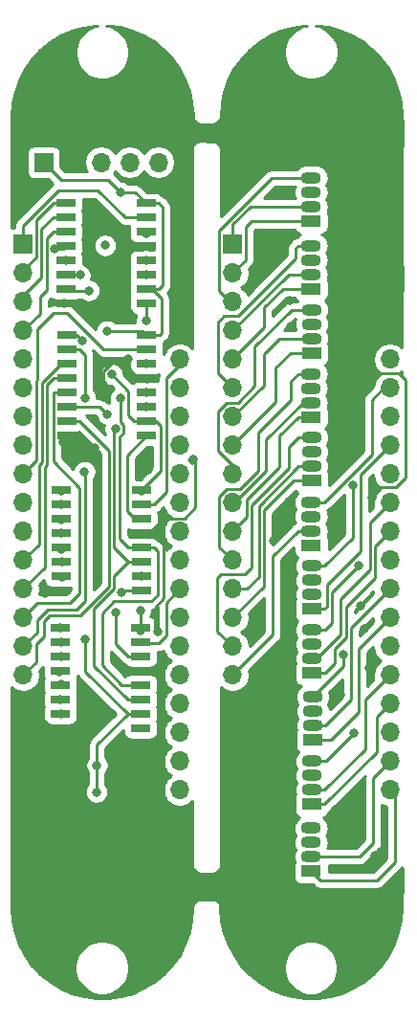
<source format=gbr>
%TF.GenerationSoftware,KiCad,Pcbnew,(5.1.12)-1*%
%TF.CreationDate,2024-09-26T07:51:33+09:00*%
%TF.ProjectId,imu_led_connect,696d755f-6c65-4645-9f63-6f6e6e656374,rev?*%
%TF.SameCoordinates,Original*%
%TF.FileFunction,Copper,L1,Top*%
%TF.FilePolarity,Positive*%
%FSLAX46Y46*%
G04 Gerber Fmt 4.6, Leading zero omitted, Abs format (unit mm)*
G04 Created by KiCad (PCBNEW (5.1.12)-1) date 2024-09-26 07:51:33*
%MOMM*%
%LPD*%
G01*
G04 APERTURE LIST*
%TA.AperFunction,ComponentPad*%
%ADD10O,1.700000X1.700000*%
%TD*%
%TA.AperFunction,ComponentPad*%
%ADD11R,1.700000X1.700000*%
%TD*%
%TA.AperFunction,SMDPad,CuDef*%
%ADD12R,1.775000X0.700000*%
%TD*%
%TA.AperFunction,ComponentPad*%
%ADD13O,1.800000X1.070000*%
%TD*%
%TA.AperFunction,ComponentPad*%
%ADD14R,1.800000X1.070000*%
%TD*%
%TA.AperFunction,ViaPad*%
%ADD15C,0.800000*%
%TD*%
%TA.AperFunction,Conductor*%
%ADD16C,0.250000*%
%TD*%
%TA.AperFunction,Conductor*%
%ADD17C,0.254000*%
%TD*%
%TA.AperFunction,Conductor*%
%ADD18C,0.100000*%
%TD*%
G04 APERTURE END LIST*
D10*
%TO.P,J23,5*%
%TO.N,SRCLK*%
X60060000Y-68725000D03*
%TO.P,J23,4*%
%TO.N,RCLK*%
X57520000Y-68725000D03*
%TO.P,J23,3*%
%TO.N,SER*%
X54980000Y-68725000D03*
%TO.P,J23,2*%
%TO.N,GND*%
X52440000Y-68725000D03*
D11*
%TO.P,J23,1*%
%TO.N,+5V*%
X49900000Y-68725000D03*
%TD*%
D10*
%TO.P,J18,20*%
%TO.N,r16*%
X80550000Y-124260000D03*
%TO.P,J18,19*%
%TO.N,r15*%
X80550000Y-121720000D03*
%TO.P,J18,18*%
%TO.N,r14*%
X80550000Y-119180000D03*
%TO.P,J18,17*%
%TO.N,r13*%
X80550000Y-116640000D03*
%TO.P,J18,16*%
%TO.N,r12*%
X80550000Y-114100000D03*
%TO.P,J18,15*%
%TO.N,r11*%
X80550000Y-111560000D03*
%TO.P,J18,14*%
%TO.N,r10*%
X80550000Y-109020000D03*
%TO.P,J18,13*%
%TO.N,r9*%
X80550000Y-106480000D03*
%TO.P,J18,12*%
%TO.N,r8*%
X80550000Y-103940000D03*
%TO.P,J18,11*%
%TO.N,r7*%
X80550000Y-101400000D03*
%TO.P,J18,10*%
%TO.N,r6*%
X80550000Y-98860000D03*
%TO.P,J18,9*%
%TO.N,r5*%
X80550000Y-96320000D03*
%TO.P,J18,8*%
%TO.N,r4*%
X80550000Y-93780000D03*
%TO.P,J18,7*%
%TO.N,r3*%
X80550000Y-91240000D03*
%TO.P,J18,6*%
%TO.N,r2*%
X80550000Y-88700000D03*
%TO.P,J18,5*%
%TO.N,r1*%
X80550000Y-86160000D03*
%TO.P,J18,4*%
%TO.N,GND*%
X80550000Y-83620000D03*
%TO.P,J18,3*%
X80550000Y-81080000D03*
%TO.P,J18,2*%
X80550000Y-78540000D03*
D11*
%TO.P,J18,1*%
X80550000Y-76000000D03*
%TD*%
D10*
%TO.P,J17,20*%
%TO.N,GND*%
X66625000Y-124260000D03*
%TO.P,J17,19*%
X66625000Y-121720000D03*
%TO.P,J17,18*%
X66625000Y-119180000D03*
%TO.P,J17,17*%
X66625000Y-116640000D03*
%TO.P,J17,16*%
%TO.N,l16*%
X66625000Y-114100000D03*
%TO.P,J17,15*%
%TO.N,l15*%
X66625000Y-111560000D03*
%TO.P,J17,14*%
%TO.N,l14*%
X66625000Y-109020000D03*
%TO.P,J17,13*%
%TO.N,l13*%
X66625000Y-106480000D03*
%TO.P,J17,12*%
%TO.N,l12*%
X66625000Y-103940000D03*
%TO.P,J17,11*%
%TO.N,l11*%
X66625000Y-101400000D03*
%TO.P,J17,10*%
%TO.N,l10*%
X66625000Y-98860000D03*
%TO.P,J17,9*%
%TO.N,l9*%
X66625000Y-96320000D03*
%TO.P,J17,8*%
%TO.N,l8*%
X66625000Y-93780000D03*
%TO.P,J17,7*%
%TO.N,l7*%
X66625000Y-91240000D03*
%TO.P,J17,6*%
%TO.N,l6*%
X66625000Y-88700000D03*
%TO.P,J17,5*%
%TO.N,l5*%
X66625000Y-86160000D03*
%TO.P,J17,4*%
%TO.N,l4*%
X66625000Y-83620000D03*
%TO.P,J17,3*%
%TO.N,l3*%
X66625000Y-81080000D03*
%TO.P,J17,2*%
%TO.N,l2*%
X66625000Y-78540000D03*
D11*
%TO.P,J17,1*%
%TO.N,l1*%
X66625000Y-76000000D03*
%TD*%
D10*
%TO.P,J16,20*%
%TO.N,ur16*%
X61975000Y-124260000D03*
%TO.P,J16,19*%
%TO.N,ur15*%
X61975000Y-121720000D03*
%TO.P,J16,18*%
%TO.N,ur14*%
X61975000Y-119180000D03*
%TO.P,J16,17*%
%TO.N,ur13*%
X61975000Y-116640000D03*
%TO.P,J16,16*%
%TO.N,ur12*%
X61975000Y-114100000D03*
%TO.P,J16,15*%
%TO.N,ur11*%
X61975000Y-111560000D03*
%TO.P,J16,14*%
%TO.N,ur10*%
X61975000Y-109020000D03*
%TO.P,J16,13*%
%TO.N,ur9*%
X61975000Y-106480000D03*
%TO.P,J16,12*%
%TO.N,ur8*%
X61975000Y-103940000D03*
%TO.P,J16,11*%
%TO.N,ur7*%
X61975000Y-101400000D03*
%TO.P,J16,10*%
%TO.N,ur6*%
X61975000Y-98860000D03*
%TO.P,J16,9*%
%TO.N,ur5*%
X61975000Y-96320000D03*
%TO.P,J16,8*%
%TO.N,ur4*%
X61975000Y-93780000D03*
%TO.P,J16,7*%
%TO.N,ur3*%
X61975000Y-91240000D03*
%TO.P,J16,6*%
%TO.N,ur2*%
X61975000Y-88700000D03*
%TO.P,J16,5*%
%TO.N,ur1*%
X61975000Y-86160000D03*
%TO.P,J16,4*%
%TO.N,GND*%
X61975000Y-83620000D03*
%TO.P,J16,3*%
X61975000Y-81080000D03*
%TO.P,J16,2*%
X61975000Y-78540000D03*
D11*
%TO.P,J16,1*%
X61975000Y-76000000D03*
%TD*%
D10*
%TO.P,J15,20*%
%TO.N,GND*%
X48100000Y-124260000D03*
%TO.P,J15,19*%
X48100000Y-121720000D03*
%TO.P,J15,18*%
X48100000Y-119180000D03*
%TO.P,J15,17*%
X48100000Y-116640000D03*
%TO.P,J15,16*%
%TO.N,ul16*%
X48100000Y-114100000D03*
%TO.P,J15,15*%
%TO.N,ul15*%
X48100000Y-111560000D03*
%TO.P,J15,14*%
%TO.N,ul14*%
X48100000Y-109020000D03*
%TO.P,J15,13*%
%TO.N,ul13*%
X48100000Y-106480000D03*
%TO.P,J15,12*%
%TO.N,ul12*%
X48100000Y-103940000D03*
%TO.P,J15,11*%
%TO.N,ul11*%
X48100000Y-101400000D03*
%TO.P,J15,10*%
%TO.N,ul10*%
X48100000Y-98860000D03*
%TO.P,J15,9*%
%TO.N,ul9*%
X48100000Y-96320000D03*
%TO.P,J15,8*%
%TO.N,ul8*%
X48100000Y-93780000D03*
%TO.P,J15,7*%
%TO.N,ul7*%
X48100000Y-91240000D03*
%TO.P,J15,6*%
%TO.N,ul6*%
X48100000Y-88700000D03*
%TO.P,J15,5*%
%TO.N,ul5*%
X48100000Y-86160000D03*
%TO.P,J15,4*%
%TO.N,ul4*%
X48100000Y-83620000D03*
%TO.P,J15,3*%
%TO.N,ul3*%
X48100000Y-81080000D03*
%TO.P,J15,2*%
%TO.N,ul2*%
X48100000Y-78540000D03*
D11*
%TO.P,J15,1*%
%TO.N,ul1*%
X48100000Y-76000000D03*
%TD*%
D12*
%TO.P,IC6,16*%
%TO.N,+5V*%
X58488000Y-109905000D03*
%TO.P,IC6,15*%
%TO.N,ur9*%
X58488000Y-111175000D03*
%TO.P,IC6,14*%
%TO.N,Net-(IC5-Pad9)*%
X58488000Y-112445000D03*
%TO.P,IC6,13*%
%TO.N,GND*%
X58488000Y-113715000D03*
%TO.P,IC6,12*%
%TO.N,RCLK*%
X58488000Y-114985000D03*
%TO.P,IC6,11*%
%TO.N,SRCLK*%
X58488000Y-116255000D03*
%TO.P,IC6,10*%
%TO.N,+5V*%
X58488000Y-117525000D03*
%TO.P,IC6,9*%
%TO.N,Net-(IC6-Pad9)*%
X58488000Y-118795000D03*
%TO.P,IC6,8*%
%TO.N,GND*%
X51412000Y-118795000D03*
%TO.P,IC6,7*%
%TO.N,ur16*%
X51412000Y-117525000D03*
%TO.P,IC6,6*%
%TO.N,ur15*%
X51412000Y-116255000D03*
%TO.P,IC6,5*%
%TO.N,ur14*%
X51412000Y-114985000D03*
%TO.P,IC6,4*%
%TO.N,ur13*%
X51412000Y-113715000D03*
%TO.P,IC6,3*%
%TO.N,ur12*%
X51412000Y-112445000D03*
%TO.P,IC6,2*%
%TO.N,ur11*%
X51412000Y-111175000D03*
%TO.P,IC6,1*%
%TO.N,ur10*%
X51412000Y-109905000D03*
%TD*%
%TO.P,IC5,16*%
%TO.N,+5V*%
X58563000Y-97755000D03*
%TO.P,IC5,15*%
%TO.N,ur1*%
X58563000Y-99025000D03*
%TO.P,IC5,14*%
%TO.N,Net-(IC4-Pad9)*%
X58563000Y-100295000D03*
%TO.P,IC5,13*%
%TO.N,GND*%
X58563000Y-101565000D03*
%TO.P,IC5,12*%
%TO.N,RCLK*%
X58563000Y-102835000D03*
%TO.P,IC5,11*%
%TO.N,SRCLK*%
X58563000Y-104105000D03*
%TO.P,IC5,10*%
%TO.N,+5V*%
X58563000Y-105375000D03*
%TO.P,IC5,9*%
%TO.N,Net-(IC5-Pad9)*%
X58563000Y-106645000D03*
%TO.P,IC5,8*%
%TO.N,GND*%
X51487000Y-106645000D03*
%TO.P,IC5,7*%
%TO.N,ur8*%
X51487000Y-105375000D03*
%TO.P,IC5,6*%
%TO.N,ur7*%
X51487000Y-104105000D03*
%TO.P,IC5,5*%
%TO.N,ur6*%
X51487000Y-102835000D03*
%TO.P,IC5,4*%
%TO.N,ur5*%
X51487000Y-101565000D03*
%TO.P,IC5,3*%
%TO.N,ur4*%
X51487000Y-100295000D03*
%TO.P,IC5,2*%
%TO.N,ur3*%
X51487000Y-99025000D03*
%TO.P,IC5,1*%
%TO.N,ur2*%
X51487000Y-97755000D03*
%TD*%
%TO.P,IC4,16*%
%TO.N,+5V*%
X59038000Y-84005000D03*
%TO.P,IC4,15*%
%TO.N,ul9*%
X59038000Y-85275000D03*
%TO.P,IC4,14*%
%TO.N,Net-(IC3-Pad9)*%
X59038000Y-86545000D03*
%TO.P,IC4,13*%
%TO.N,GND*%
X59038000Y-87815000D03*
%TO.P,IC4,12*%
%TO.N,RCLK*%
X59038000Y-89085000D03*
%TO.P,IC4,11*%
%TO.N,SRCLK*%
X59038000Y-90355000D03*
%TO.P,IC4,10*%
%TO.N,+5V*%
X59038000Y-91625000D03*
%TO.P,IC4,9*%
%TO.N,Net-(IC4-Pad9)*%
X59038000Y-92895000D03*
%TO.P,IC4,8*%
%TO.N,GND*%
X51962000Y-92895000D03*
%TO.P,IC4,7*%
%TO.N,ul16*%
X51962000Y-91625000D03*
%TO.P,IC4,6*%
%TO.N,ul15*%
X51962000Y-90355000D03*
%TO.P,IC4,5*%
%TO.N,ul14*%
X51962000Y-89085000D03*
%TO.P,IC4,4*%
%TO.N,ul13*%
X51962000Y-87815000D03*
%TO.P,IC4,3*%
%TO.N,ul12*%
X51962000Y-86545000D03*
%TO.P,IC4,2*%
%TO.N,ul11*%
X51962000Y-85275000D03*
%TO.P,IC4,1*%
%TO.N,ul10*%
X51962000Y-84005000D03*
%TD*%
%TO.P,IC3,16*%
%TO.N,+5V*%
X58963000Y-72355000D03*
%TO.P,IC3,15*%
%TO.N,ul1*%
X58963000Y-73625000D03*
%TO.P,IC3,14*%
%TO.N,SER*%
X58963000Y-74895000D03*
%TO.P,IC3,13*%
%TO.N,GND*%
X58963000Y-76165000D03*
%TO.P,IC3,12*%
%TO.N,RCLK*%
X58963000Y-77435000D03*
%TO.P,IC3,11*%
%TO.N,SRCLK*%
X58963000Y-78705000D03*
%TO.P,IC3,10*%
%TO.N,+5V*%
X58963000Y-79975000D03*
%TO.P,IC3,9*%
%TO.N,Net-(IC3-Pad9)*%
X58963000Y-81245000D03*
%TO.P,IC3,8*%
%TO.N,GND*%
X51887000Y-81245000D03*
%TO.P,IC3,7*%
%TO.N,ul8*%
X51887000Y-79975000D03*
%TO.P,IC3,6*%
%TO.N,ul7*%
X51887000Y-78705000D03*
%TO.P,IC3,5*%
%TO.N,ul6*%
X51887000Y-77435000D03*
%TO.P,IC3,4*%
%TO.N,ul5*%
X51887000Y-76165000D03*
%TO.P,IC3,3*%
%TO.N,ul4*%
X51887000Y-74895000D03*
%TO.P,IC3,2*%
%TO.N,ul3*%
X51887000Y-73625000D03*
%TO.P,IC3,1*%
%TO.N,ul2*%
X51887000Y-72355000D03*
%TD*%
D13*
%TO.P,D12,4*%
%TO.N,Net-(D12-Pad4)*%
X73600000Y-127640000D03*
%TO.P,D12,3*%
%TO.N,Net-(D12-Pad3)*%
X73600000Y-128910000D03*
%TO.P,D12,2*%
%TO.N,r15*%
X73600000Y-130180000D03*
D14*
%TO.P,D12,1*%
%TO.N,r16*%
X73600000Y-131450000D03*
%TD*%
D13*
%TO.P,D11,4*%
%TO.N,r14*%
X73625000Y-121715000D03*
%TO.P,D11,3*%
%TO.N,Net-(D11-Pad3)*%
X73625000Y-122985000D03*
%TO.P,D11,2*%
%TO.N,r12*%
X73625000Y-124255000D03*
D14*
%TO.P,D11,1*%
%TO.N,r13*%
X73625000Y-125525000D03*
%TD*%
D13*
%TO.P,D10,4*%
%TO.N,r11*%
X73725000Y-116015000D03*
%TO.P,D10,3*%
%TO.N,Net-(D10-Pad3)*%
X73725000Y-117285000D03*
%TO.P,D10,2*%
%TO.N,r9*%
X73725000Y-118555000D03*
D14*
%TO.P,D10,1*%
%TO.N,r10*%
X73725000Y-119825000D03*
%TD*%
D13*
%TO.P,D9,4*%
%TO.N,r8*%
X73675000Y-110085000D03*
%TO.P,D9,3*%
%TO.N,Net-(D9-Pad3)*%
X73675000Y-111355000D03*
%TO.P,D9,2*%
%TO.N,r6*%
X73675000Y-112625000D03*
D14*
%TO.P,D9,1*%
%TO.N,r7*%
X73675000Y-113895000D03*
%TD*%
D13*
%TO.P,D8,4*%
%TO.N,r5*%
X73625000Y-104440000D03*
%TO.P,D8,3*%
%TO.N,Net-(D8-Pad3)*%
X73625000Y-105710000D03*
%TO.P,D8,2*%
%TO.N,r3*%
X73625000Y-106980000D03*
D14*
%TO.P,D8,1*%
%TO.N,r4*%
X73625000Y-108250000D03*
%TD*%
D13*
%TO.P,D7,4*%
%TO.N,r2*%
X73600000Y-98805000D03*
%TO.P,D7,3*%
%TO.N,Net-(D7-Pad3)*%
X73600000Y-100075000D03*
%TO.P,D7,2*%
%TO.N,l16*%
X73600000Y-101345000D03*
D14*
%TO.P,D7,1*%
%TO.N,r1*%
X73600000Y-102615000D03*
%TD*%
D13*
%TO.P,D6,4*%
%TO.N,l15*%
X73625000Y-93080000D03*
%TO.P,D6,3*%
%TO.N,Net-(D6-Pad3)*%
X73625000Y-94350000D03*
%TO.P,D6,2*%
%TO.N,l13*%
X73625000Y-95620000D03*
D14*
%TO.P,D6,1*%
%TO.N,l14*%
X73625000Y-96890000D03*
%TD*%
D13*
%TO.P,D5,4*%
%TO.N,l12*%
X73600000Y-87440000D03*
%TO.P,D5,3*%
%TO.N,Net-(D5-Pad3)*%
X73600000Y-88710000D03*
%TO.P,D5,2*%
%TO.N,l10*%
X73600000Y-89980000D03*
D14*
%TO.P,D5,1*%
%TO.N,l11*%
X73600000Y-91250000D03*
%TD*%
D13*
%TO.P,D4,4*%
%TO.N,l9*%
X73625000Y-81765000D03*
%TO.P,D4,3*%
%TO.N,Net-(D4-Pad3)*%
X73625000Y-83035000D03*
%TO.P,D4,2*%
%TO.N,l7*%
X73625000Y-84305000D03*
D14*
%TO.P,D4,1*%
%TO.N,l8*%
X73625000Y-85575000D03*
%TD*%
D13*
%TO.P,D3,4*%
%TO.N,l6*%
X73600000Y-76110000D03*
%TO.P,D3,3*%
%TO.N,Net-(D3-Pad3)*%
X73600000Y-77380000D03*
%TO.P,D3,2*%
%TO.N,l4*%
X73600000Y-78650000D03*
D14*
%TO.P,D3,1*%
%TO.N,l5*%
X73600000Y-79920000D03*
%TD*%
%TO.P,D2,1*%
%TO.N,l2*%
X73600000Y-73920000D03*
D13*
%TO.P,D2,2*%
%TO.N,l1*%
X73600000Y-72650000D03*
%TO.P,D2,3*%
%TO.N,Net-(D2-Pad3)*%
X73600000Y-71380000D03*
%TO.P,D2,4*%
%TO.N,l3*%
X73600000Y-70110000D03*
%TD*%
D15*
%TO.N,GND*%
X55450000Y-81737500D03*
X55150000Y-88425000D03*
X77500000Y-126850000D03*
X79250000Y-130075000D03*
X76175000Y-115800000D03*
X78725000Y-113450000D03*
X78300000Y-109975000D03*
X77975000Y-107925000D03*
X76125000Y-100025000D03*
X79075000Y-97400000D03*
X68975000Y-109250000D03*
X70275000Y-102175000D03*
X69700000Y-76000000D03*
X69275000Y-77600000D03*
X70875000Y-71525000D03*
X50050000Y-106900000D03*
X51650000Y-93500000D03*
X51500000Y-119800000D03*
X55125000Y-78800000D03*
X51700000Y-81200000D03*
X48150000Y-71950000D03*
X61775000Y-71850000D03*
X67250000Y-67200000D03*
X76850000Y-66525000D03*
X71575000Y-98700000D03*
X75525000Y-96150000D03*
X75925000Y-90725000D03*
X75925000Y-84825000D03*
X78475000Y-84950000D03*
X71800000Y-83275000D03*
X71325000Y-104175000D03*
X71600000Y-109675000D03*
X71275000Y-115450000D03*
X71275000Y-121175000D03*
X59700000Y-120325000D03*
X57200000Y-113850000D03*
X60500000Y-100275000D03*
X59075000Y-87925000D03*
X57275000Y-76400000D03*
X57425000Y-86125000D03*
X55175000Y-89475000D03*
X77900000Y-93350000D03*
X76575000Y-73625000D03*
X77300000Y-79225000D03*
X71675000Y-80975000D03*
X69750000Y-113525000D03*
X71425000Y-107800000D03*
X71250000Y-113450000D03*
X71400000Y-119850000D03*
X58000000Y-125000000D03*
X60450000Y-115500000D03*
X62475000Y-73750000D03*
X53975000Y-72800000D03*
X57475000Y-82025000D03*
X63124532Y-94998795D03*
X78950000Y-98374998D03*
X59725000Y-108725000D03*
X60050000Y-110275000D03*
X54450000Y-91425000D03*
X59150158Y-95925162D03*
X54400000Y-94025000D03*
X80350000Y-69150000D03*
%TO.N,+5V*%
X54637500Y-122075000D03*
X54587500Y-124450000D03*
X55350000Y-76075000D03*
X58575000Y-105350000D03*
X53625000Y-110950000D03*
X58488000Y-110175010D03*
X58499998Y-108350000D03*
X56750000Y-71400000D03*
X55525000Y-83650000D03*
X58591653Y-97783653D03*
X55950006Y-87500000D03*
%TO.N,SER*%
X58975000Y-75000000D03*
%TO.N,RCLK*%
X59038000Y-89085000D03*
X56700000Y-89624990D03*
X58963000Y-77435000D03*
%TO.N,SRCLK*%
X59038000Y-90355000D03*
X58963000Y-78705000D03*
X56250010Y-92307232D03*
%TO.N,Net-(IC3-Pad9)*%
X59025000Y-82700000D03*
X59038000Y-86545000D03*
%TO.N,Net-(IC5-Pad9)*%
X56275000Y-108525000D03*
X56793390Y-106770622D03*
%TO.N,r5*%
X77265160Y-97315160D03*
%TO.N,r8*%
X77825000Y-104400000D03*
%TO.N,r11*%
X76425010Y-112300000D03*
%TO.N,r14*%
X77375000Y-119225000D03*
%TO.N,ul8*%
X53900000Y-80075000D03*
%TO.N,ul7*%
X53125000Y-78700000D03*
%TO.N,ul6*%
X51887000Y-77435000D03*
%TO.N,ul5*%
X50900021Y-76375000D03*
%TO.N,ul15*%
X55525000Y-91000000D03*
X53524990Y-96100000D03*
%TO.N,ul11*%
X53599998Y-89600000D03*
%TO.N,ul10*%
X53325000Y-84475000D03*
%TO.N,ur8*%
X51525000Y-105425000D03*
%TO.N,ur7*%
X51525000Y-104100000D03*
%TO.N,ur6*%
X51450000Y-102950000D03*
%TO.N,ur5*%
X51425000Y-101550000D03*
%TO.N,ur4*%
X51500000Y-100325000D03*
%TO.N,ur3*%
X51500000Y-99025000D03*
%TO.N,ur2*%
X51475160Y-97775160D03*
%TO.N,ur16*%
X51425000Y-117525000D03*
%TO.N,ur15*%
X51400000Y-116250000D03*
%TO.N,ur14*%
X51450000Y-114950000D03*
%TO.N,ur13*%
X51275000Y-113775000D03*
%TO.N,ur12*%
X51450000Y-112475000D03*
%TO.N,ur11*%
X51450000Y-111200000D03*
%TO.N,ur10*%
X51375000Y-109900000D03*
%TD*%
D16*
%TO.N,GND*%
X58488000Y-113715000D02*
X57935498Y-113715000D01*
X54957500Y-81245000D02*
X55450000Y-81737500D01*
X51887000Y-81245000D02*
X54957500Y-81245000D01*
X50305000Y-106645000D02*
X50050000Y-106900000D01*
X51487000Y-106645000D02*
X50305000Y-106645000D01*
X55150000Y-87227004D02*
X55150000Y-88425000D01*
X56252004Y-86125000D02*
X55150000Y-87227004D01*
X57425000Y-86125000D02*
X56252004Y-86125000D01*
X62350000Y-100225000D02*
X63350000Y-99225000D01*
X63350000Y-95224263D02*
X63124532Y-94998795D01*
X60500000Y-100275000D02*
X60550000Y-100225000D01*
X60550000Y-100225000D02*
X62350000Y-100225000D01*
X63350000Y-99225000D02*
X63350000Y-95224263D01*
X77900000Y-88575000D02*
X77900000Y-93350000D01*
X79075000Y-87400000D02*
X77900000Y-88575000D01*
X81935474Y-87960474D02*
X81375000Y-87400000D01*
X81947458Y-96661545D02*
X81935474Y-87960474D01*
X79170001Y-97495001D02*
X81114001Y-97495001D01*
X81375000Y-87400000D02*
X79075000Y-87400000D01*
X81114001Y-97495001D02*
X81947458Y-96661545D01*
X79075000Y-97400000D02*
X79170001Y-97495001D01*
X59210000Y-101565000D02*
X58563000Y-101565000D01*
X60500000Y-100275000D02*
X59210000Y-101565000D01*
X59725000Y-108093590D02*
X59725000Y-108725000D01*
X60500000Y-107318590D02*
X59725000Y-108093590D01*
X60500000Y-100275000D02*
X60500000Y-107318590D01*
X59725000Y-109950000D02*
X60050000Y-110275000D01*
X59725000Y-108725000D02*
X59725000Y-109950000D01*
X60450000Y-114539500D02*
X60450000Y-115500000D01*
X59625500Y-113715000D02*
X60450000Y-114539500D01*
X58488000Y-113715000D02*
X59625500Y-113715000D01*
X60450000Y-119575000D02*
X59700000Y-120325000D01*
X60450000Y-115500000D02*
X60450000Y-119575000D01*
X53875000Y-93500000D02*
X54400000Y-94025000D01*
X51650000Y-93500000D02*
X53875000Y-93500000D01*
%TO.N,+5V*%
X59038000Y-84005000D02*
X58780000Y-84005000D01*
X54637500Y-124400000D02*
X54587500Y-124450000D01*
X54637500Y-122075000D02*
X54637500Y-124400000D01*
X55440000Y-76165000D02*
X55350000Y-76075000D01*
X60100500Y-79975000D02*
X60450000Y-79625500D01*
X58963000Y-79975000D02*
X60100500Y-79975000D01*
X60100500Y-72355000D02*
X58963000Y-72355000D01*
X60450000Y-72704500D02*
X60100500Y-72355000D01*
X60450000Y-79625500D02*
X60450000Y-72704500D01*
X59515502Y-79975000D02*
X60325000Y-80784498D01*
X58963000Y-79975000D02*
X59515502Y-79975000D01*
X60325000Y-80784498D02*
X60325000Y-83875000D01*
X60195000Y-84005000D02*
X59038000Y-84005000D01*
X60325000Y-83875000D02*
X60195000Y-84005000D01*
X60300000Y-92050000D02*
X59875000Y-91625000D01*
X60300000Y-96018000D02*
X60300000Y-92050000D01*
X59875000Y-91625000D02*
X59038000Y-91625000D01*
X58563000Y-97755000D02*
X60300000Y-96018000D01*
X58563000Y-105362000D02*
X58575000Y-105350000D01*
X58563000Y-105375000D02*
X58563000Y-105362000D01*
X53625000Y-113799500D02*
X53625000Y-110950000D01*
X57350500Y-117525000D02*
X53625000Y-113799500D01*
X58488000Y-108361998D02*
X58499998Y-108350000D01*
X58488000Y-110175010D02*
X58488000Y-108361998D01*
X58008000Y-71400000D02*
X58963000Y-72355000D01*
X56750000Y-71400000D02*
X58008000Y-71400000D01*
X58683000Y-83650000D02*
X59038000Y-84005000D01*
X55525000Y-83650000D02*
X58683000Y-83650000D01*
X57350500Y-117525000D02*
X58488000Y-117525000D01*
X54637500Y-120238000D02*
X57350500Y-117525000D01*
X54637500Y-122075000D02*
X54637500Y-120238000D01*
X56750000Y-71400000D02*
X55650000Y-70300000D01*
X51475000Y-70300000D02*
X49900000Y-68725000D01*
X55650000Y-70300000D02*
X51475000Y-70300000D01*
X57425001Y-88974995D02*
X55950006Y-87500000D01*
X57900500Y-91625000D02*
X57425001Y-91149501D01*
X59038000Y-91625000D02*
X57900500Y-91625000D01*
X57425001Y-91149501D02*
X57425001Y-88974995D01*
%TO.N,SER*%
X58963000Y-74988000D02*
X58975000Y-75000000D01*
X58963000Y-74895000D02*
X58963000Y-74988000D01*
%TO.N,RCLK*%
X55075000Y-108625000D02*
X56125001Y-107574999D01*
X59455503Y-107574999D02*
X60025000Y-107005502D01*
X55075000Y-113225000D02*
X55075000Y-108625000D01*
X60025000Y-107005502D02*
X60025000Y-103159500D01*
X56125001Y-107574999D02*
X59455503Y-107574999D01*
X58488000Y-114985000D02*
X56835000Y-114985000D01*
X56835000Y-114985000D02*
X55075000Y-113225000D01*
X59700500Y-102835000D02*
X58563000Y-102835000D01*
X60025000Y-103159500D02*
X59700500Y-102835000D01*
X56600022Y-102009522D02*
X56600022Y-93030222D01*
X56600022Y-93030222D02*
X56975011Y-92655233D01*
X56700000Y-91684220D02*
X56700000Y-89624990D01*
X56975011Y-91959231D02*
X56700000Y-91684220D01*
X56975011Y-92655233D02*
X56975011Y-91959231D01*
X58563000Y-102835000D02*
X57425500Y-102835000D01*
X57425500Y-102835000D02*
X56600022Y-102009522D01*
%TO.N,SRCLK*%
X57425500Y-104105000D02*
X58563000Y-104105000D01*
X57425500Y-104105000D02*
X56150011Y-105380489D01*
X56150011Y-106436400D02*
X54375000Y-108211411D01*
X56150011Y-92407231D02*
X56250010Y-92307232D01*
X54375000Y-113279500D02*
X57350500Y-116255000D01*
X56150011Y-105380489D02*
X56150011Y-106436400D01*
X57350500Y-116255000D02*
X58488000Y-116255000D01*
X56150011Y-102829511D02*
X56150011Y-92407231D01*
X57425500Y-104105000D02*
X56150011Y-102829511D01*
X54375000Y-108211411D02*
X54375000Y-113279500D01*
%TO.N,Net-(IC3-Pad9)*%
X58963000Y-82638000D02*
X59025000Y-82700000D01*
X58963000Y-81245000D02*
X58963000Y-82638000D01*
%TO.N,Net-(IC4-Pad9)*%
X58010498Y-100295000D02*
X57300000Y-99584502D01*
X58563000Y-100295000D02*
X58010498Y-100295000D01*
X57300000Y-94633000D02*
X59038000Y-92895000D01*
X57300000Y-99584502D02*
X57300000Y-94633000D01*
%TO.N,Net-(IC5-Pad9)*%
X56275000Y-111369500D02*
X56275000Y-108525000D01*
X57350500Y-112445000D02*
X56275000Y-111369500D01*
X58488000Y-112445000D02*
X57350500Y-112445000D01*
X56919012Y-106645000D02*
X56793390Y-106770622D01*
X58563000Y-106645000D02*
X56919012Y-106645000D01*
%TO.N,l3*%
X70103590Y-70110000D02*
X73600000Y-70110000D01*
X65449999Y-74763591D02*
X70103590Y-70110000D01*
X65449999Y-80149999D02*
X65449999Y-74763591D01*
X66380000Y-81080000D02*
X65449999Y-80149999D01*
X66625000Y-81080000D02*
X66380000Y-81080000D01*
%TO.N,l1*%
X66625000Y-76000000D02*
X66625000Y-74225000D01*
X68200000Y-72650000D02*
X73600000Y-72650000D01*
X66625000Y-74225000D02*
X68200000Y-72650000D01*
%TO.N,l2*%
X67800001Y-77364999D02*
X67800001Y-74424999D01*
X66625000Y-78540000D02*
X67800001Y-77364999D01*
X68305000Y-73920000D02*
X73600000Y-73920000D01*
X67800001Y-74424999D02*
X68305000Y-73920000D01*
%TO.N,l6*%
X72450000Y-76110000D02*
X73600000Y-76110000D01*
X72225000Y-77219002D02*
X72225000Y-76335000D01*
X67094002Y-82350000D02*
X72225000Y-77219002D01*
X65875000Y-82350000D02*
X67094002Y-82350000D01*
X72225000Y-76335000D02*
X72450000Y-76110000D01*
X65310756Y-82914244D02*
X65875000Y-82350000D01*
X65310756Y-87385756D02*
X65310756Y-82914244D01*
X66625000Y-88700000D02*
X65310756Y-87385756D01*
%TO.N,l4*%
X71595000Y-78650000D02*
X73600000Y-78650000D01*
X66625000Y-83620000D02*
X71595000Y-78650000D01*
%TO.N,l5*%
X66625000Y-86160000D02*
X69450000Y-83335000D01*
X69450000Y-83335000D02*
X69450000Y-81575000D01*
X69450000Y-81575000D02*
X71105000Y-79920000D01*
X71105000Y-79920000D02*
X73600000Y-79920000D01*
%TO.N,l9*%
X71860000Y-81765000D02*
X73625000Y-81765000D01*
X68600000Y-85025000D02*
X71860000Y-81765000D01*
X68600000Y-88464002D02*
X68600000Y-85025000D01*
X67089002Y-89975000D02*
X68600000Y-88464002D01*
X66150997Y-89975000D02*
X67089002Y-89975000D01*
X65316941Y-90809056D02*
X66150997Y-89975000D01*
X65323099Y-94217101D02*
X65316941Y-90809056D01*
X66625000Y-95519002D02*
X65323099Y-94217101D01*
X66625000Y-96320000D02*
X66625000Y-95519002D01*
%TO.N,l7*%
X70745000Y-84305000D02*
X73625000Y-84305000D01*
X69375000Y-85675000D02*
X70745000Y-84305000D01*
X69375000Y-88490000D02*
X69375000Y-85675000D01*
X66625000Y-91240000D02*
X69375000Y-88490000D01*
%TO.N,l8*%
X66625000Y-93780000D02*
X70450000Y-89955000D01*
X70450000Y-89955000D02*
X70450000Y-86900000D01*
X71775000Y-85575000D02*
X73625000Y-85575000D01*
X70450000Y-86900000D02*
X71775000Y-85575000D01*
%TO.N,l12*%
X72450000Y-87440000D02*
X73600000Y-87440000D01*
X68875000Y-92675000D02*
X71800000Y-89750000D01*
X68875000Y-96050000D02*
X68875000Y-92675000D01*
X67300000Y-97625000D02*
X68875000Y-96050000D01*
X66120998Y-97625000D02*
X67300000Y-97625000D01*
X71800000Y-89750000D02*
X71800000Y-88090000D01*
X65449999Y-98295999D02*
X66120998Y-97625000D01*
X65449999Y-102764999D02*
X65449999Y-98295999D01*
X71800000Y-88090000D02*
X72450000Y-87440000D01*
X66625000Y-103940000D02*
X65449999Y-102764999D01*
%TO.N,l10*%
X72849998Y-89980000D02*
X73600000Y-89980000D01*
X69600000Y-93229998D02*
X72849998Y-89980000D01*
X66765000Y-98860000D02*
X69600000Y-96025000D01*
X69600000Y-96025000D02*
X69600000Y-93229998D01*
X66625000Y-98860000D02*
X66765000Y-98860000D01*
%TO.N,l11*%
X72450000Y-91250000D02*
X73600000Y-91250000D01*
X70775000Y-95725000D02*
X70775000Y-92925000D01*
X66625000Y-101400000D02*
X67899989Y-100125011D01*
X67899989Y-98600010D02*
X70775000Y-95725000D01*
X67899989Y-100125011D02*
X67899989Y-98600010D01*
X70775000Y-92925000D02*
X72450000Y-91250000D01*
%TO.N,l15*%
X71625000Y-93930000D02*
X72475000Y-93080000D01*
X68350000Y-104575000D02*
X68350000Y-99050000D01*
X67725000Y-105200000D02*
X68350000Y-104575000D01*
X72475000Y-93080000D02*
X73625000Y-93080000D01*
X65625000Y-105200000D02*
X67725000Y-105200000D01*
X65275010Y-105549990D02*
X65625000Y-105200000D01*
X68350000Y-99050000D02*
X71625000Y-95775000D01*
X65275010Y-110210010D02*
X65275010Y-105549990D01*
X71625000Y-95775000D02*
X71625000Y-93930000D01*
X66625000Y-111560000D02*
X65275010Y-110210010D01*
%TO.N,l13*%
X72475000Y-95620000D02*
X73625000Y-95620000D01*
X68950000Y-99145000D02*
X72475000Y-95620000D01*
X68950000Y-105425000D02*
X68950000Y-99145000D01*
X67895000Y-106480000D02*
X68950000Y-105425000D01*
X66625000Y-106480000D02*
X67895000Y-106480000D01*
%TO.N,l14*%
X72010000Y-96890000D02*
X73625000Y-96890000D01*
X69400000Y-99500000D02*
X72010000Y-96890000D01*
X69400000Y-106245000D02*
X69400000Y-99500000D01*
X66625000Y-109020000D02*
X69400000Y-106245000D01*
%TO.N,r2*%
X80025000Y-88700000D02*
X80550000Y-88700000D01*
X78950000Y-89775000D02*
X80025000Y-88700000D01*
X78950000Y-94605000D02*
X78950000Y-89775000D01*
X74750000Y-98805000D02*
X78950000Y-94605000D01*
X73600000Y-98805000D02*
X74750000Y-98805000D01*
%TO.N,l16*%
X66625000Y-114100000D02*
X70200000Y-110525000D01*
X70200000Y-103595000D02*
X72450000Y-101345000D01*
X72450000Y-101345000D02*
X73600000Y-101345000D01*
X70200000Y-110525000D02*
X70200000Y-103595000D01*
%TO.N,r5*%
X74775000Y-104440000D02*
X77265160Y-101949840D01*
X73625000Y-104440000D02*
X74775000Y-104440000D01*
X77265160Y-101949840D02*
X77265160Y-97315160D01*
%TO.N,r4*%
X77990161Y-97663161D02*
X77990161Y-96339839D01*
X74999990Y-108025010D02*
X74999990Y-106075010D01*
X77975000Y-97678322D02*
X77990161Y-97663161D01*
X77975000Y-103100000D02*
X77975000Y-97678322D01*
X74999990Y-106075010D02*
X77975000Y-103100000D01*
X74775000Y-108250000D02*
X74999990Y-108025010D01*
X77990161Y-96339839D02*
X80550000Y-93780000D01*
X73625000Y-108250000D02*
X74775000Y-108250000D01*
%TO.N,r8*%
X75450000Y-109460000D02*
X75450000Y-106775000D01*
X74825000Y-110085000D02*
X75450000Y-109460000D01*
X73675000Y-110085000D02*
X74825000Y-110085000D01*
X75450000Y-106775000D02*
X77825000Y-104400000D01*
%TO.N,r6*%
X78775000Y-100635000D02*
X80550000Y-98860000D01*
X74040000Y-112625000D02*
X76175000Y-110490000D01*
X76175000Y-107350000D02*
X78775000Y-104750000D01*
X76175000Y-110490000D02*
X76175000Y-107350000D01*
X73675000Y-112625000D02*
X74040000Y-112625000D01*
X78775000Y-104750000D02*
X78775000Y-100635000D01*
%TO.N,r7*%
X76675000Y-108075000D02*
X79225011Y-105524989D01*
X76675000Y-110800000D02*
X76675000Y-108075000D01*
X75700000Y-111775000D02*
X76675000Y-110800000D01*
X79225011Y-102724989D02*
X80550000Y-101400000D01*
X75700000Y-113020000D02*
X75700000Y-111775000D01*
X74825000Y-113895000D02*
X75700000Y-113020000D01*
X79225011Y-105524989D02*
X79225011Y-102724989D01*
X73675000Y-113895000D02*
X74825000Y-113895000D01*
%TO.N,r11*%
X73725000Y-116015000D02*
X76425010Y-113314990D01*
X76425010Y-113314990D02*
X76425010Y-112300000D01*
%TO.N,r9*%
X77150011Y-109879989D02*
X80550000Y-106480000D01*
X77150011Y-112648001D02*
X77150011Y-109879989D01*
X77125000Y-112673012D02*
X77150011Y-112648001D01*
X77125000Y-116305000D02*
X77125000Y-112673012D01*
X73725000Y-118555000D02*
X74875000Y-118555000D01*
X74875000Y-118555000D02*
X77125000Y-116305000D01*
%TO.N,r10*%
X77775000Y-117350000D02*
X77775000Y-111795000D01*
X75300000Y-119825000D02*
X77775000Y-117350000D01*
X77775000Y-111795000D02*
X80550000Y-109020000D01*
X73725000Y-119825000D02*
X75300000Y-119825000D01*
%TO.N,r14*%
X74885000Y-121715000D02*
X77375000Y-119225000D01*
X73625000Y-121715000D02*
X74885000Y-121715000D01*
%TO.N,r12*%
X74775000Y-124255000D02*
X78350000Y-120680000D01*
X73625000Y-124255000D02*
X74775000Y-124255000D01*
X78350000Y-116300000D02*
X80550000Y-114100000D01*
X78350000Y-120680000D02*
X78350000Y-116300000D01*
%TO.N,r13*%
X79374999Y-117815001D02*
X80550000Y-116640000D01*
X79374999Y-120925001D02*
X79374999Y-117815001D01*
X74775000Y-125525000D02*
X79374999Y-120925001D01*
X73625000Y-125525000D02*
X74775000Y-125525000D01*
%TO.N,r15*%
X73600000Y-130180000D02*
X77870000Y-130180000D01*
X77870000Y-130180000D02*
X79100000Y-128950000D01*
X79100000Y-123170000D02*
X80550000Y-121720000D01*
X79100000Y-128950000D02*
X79100000Y-123170000D01*
%TO.N,r16*%
X79400000Y-132275000D02*
X74425000Y-132275000D01*
X74425000Y-132275000D02*
X73600000Y-131450000D01*
X81000000Y-130675000D02*
X79400000Y-132275000D01*
X81000000Y-124710000D02*
X81000000Y-130675000D01*
X80550000Y-124260000D02*
X81000000Y-124710000D01*
%TO.N,ul1*%
X48100000Y-74319498D02*
X48100000Y-76000000D01*
X51219498Y-71200000D02*
X48100000Y-74319498D01*
X54725000Y-71200000D02*
X51219498Y-71200000D01*
X57125000Y-73600000D02*
X54725000Y-71200000D01*
X58513000Y-73600000D02*
X57125000Y-73600000D01*
%TO.N,ul8*%
X51987000Y-80075000D02*
X51887000Y-79975000D01*
X53900000Y-80075000D02*
X51987000Y-80075000D01*
%TO.N,ul7*%
X51892000Y-78700000D02*
X51887000Y-78705000D01*
X53125000Y-78700000D02*
X51892000Y-78700000D01*
%TO.N,ul5*%
X51677000Y-76375000D02*
X51887000Y-76165000D01*
X50900021Y-76375000D02*
X51677000Y-76375000D01*
%TO.N,ul4*%
X50175021Y-75469479D02*
X50175021Y-80024979D01*
X50749500Y-74895000D02*
X50175021Y-75469479D01*
X51887000Y-74895000D02*
X50749500Y-74895000D01*
X50175021Y-80024979D02*
X49575000Y-80625000D01*
X49575000Y-82145000D02*
X48100000Y-83620000D01*
X49575000Y-80625000D02*
X49575000Y-82145000D01*
%TO.N,ul3*%
X50749500Y-73625000D02*
X49725011Y-74649489D01*
X51887000Y-73625000D02*
X50749500Y-73625000D01*
X49725011Y-74649489D02*
X49725011Y-78949989D01*
X48100000Y-80575000D02*
X48100000Y-81080000D01*
X49725011Y-78949989D02*
X48100000Y-80575000D01*
%TO.N,ul2*%
X50749500Y-72355000D02*
X49275001Y-73829499D01*
X51887000Y-72355000D02*
X50749500Y-72355000D01*
X48100000Y-78285002D02*
X48100000Y-78540000D01*
X49275001Y-77110001D02*
X48100000Y-78285002D01*
X49275001Y-73829499D02*
X49275001Y-77110001D01*
%TO.N,ul9*%
X49299978Y-88066700D02*
X49299978Y-95120022D01*
X49350000Y-88016678D02*
X49299978Y-88066700D01*
X49299978Y-95120022D02*
X48100000Y-96320000D01*
X49350000Y-83525000D02*
X49350000Y-88016678D01*
X50825000Y-82050000D02*
X49350000Y-83525000D01*
X52000000Y-82050000D02*
X50825000Y-82050000D01*
X55225000Y-85275000D02*
X52000000Y-82050000D01*
X59038000Y-85275000D02*
X55225000Y-85275000D01*
%TO.N,ul16*%
X49275001Y-112924999D02*
X48100000Y-114100000D01*
X49275001Y-111374999D02*
X49275001Y-112924999D01*
X55700000Y-106250000D02*
X53174990Y-108775010D01*
X51962000Y-91625000D02*
X53099500Y-91625000D01*
X53099500Y-91625000D02*
X55700000Y-94225500D01*
X55700000Y-94225500D02*
X55700000Y-106250000D01*
X53174990Y-108775010D02*
X50461400Y-108775010D01*
X50461400Y-108775010D02*
X49950000Y-109286410D01*
X49950000Y-109286410D02*
X49950000Y-110700000D01*
X49950000Y-110700000D02*
X49275001Y-111374999D01*
%TO.N,ul15*%
X51962000Y-90355000D02*
X54880000Y-90355000D01*
X54880000Y-90355000D02*
X55525000Y-91000000D01*
X53549990Y-107575010D02*
X53549990Y-96125000D01*
X50275000Y-108325000D02*
X52800000Y-108325000D01*
X49325000Y-110335000D02*
X49325000Y-109275000D01*
X49325000Y-109275000D02*
X50275000Y-108325000D01*
X48100000Y-111560000D02*
X49325000Y-110335000D01*
X53549990Y-96125000D02*
X53524990Y-96100000D01*
X52800000Y-108325000D02*
X53549990Y-107575010D01*
%TO.N,ul14*%
X50824500Y-89085000D02*
X51962000Y-89085000D01*
X53075000Y-97520498D02*
X50749499Y-95194997D01*
X53075000Y-106879502D02*
X53075000Y-97520498D01*
X50749499Y-89160001D02*
X50824500Y-89085000D01*
X52204502Y-107750000D02*
X53075000Y-106879502D01*
X50749499Y-95194997D02*
X50749499Y-89160001D01*
X49370000Y-107750000D02*
X52204502Y-107750000D01*
X48100000Y-109020000D02*
X49370000Y-107750000D01*
%TO.N,ul13*%
X50824500Y-87815000D02*
X51962000Y-87815000D01*
X50025000Y-95667820D02*
X50200000Y-95492820D01*
X50025000Y-104555000D02*
X50025000Y-95667820D01*
X48100000Y-106480000D02*
X50025000Y-104555000D01*
X50200000Y-95492820D02*
X50200000Y-88439500D01*
X50200000Y-88439500D02*
X50824500Y-87815000D01*
%TO.N,ul12*%
X49749989Y-88253100D02*
X51458089Y-86545000D01*
X49500000Y-95556410D02*
X49749989Y-95306421D01*
X49749989Y-95306421D02*
X49749989Y-88253100D01*
X48100000Y-103940000D02*
X49500000Y-102540000D01*
X49500000Y-102540000D02*
X49500000Y-95556410D01*
X51458089Y-86545000D02*
X51962000Y-86545000D01*
%TO.N,ul11*%
X53099500Y-85275000D02*
X53599998Y-85775498D01*
X51962000Y-85275000D02*
X53099500Y-85275000D01*
X53599998Y-85775498D02*
X53599998Y-89600000D01*
%TO.N,ul10*%
X51962000Y-84005000D02*
X52855000Y-84005000D01*
X52855000Y-84005000D02*
X53325000Y-84475000D01*
%TO.N,ur1*%
X59700500Y-99025000D02*
X60799999Y-97925501D01*
X60799999Y-97925501D02*
X60799999Y-87826911D01*
X58563000Y-99025000D02*
X59700500Y-99025000D01*
X60799999Y-87826911D02*
X61975000Y-86651910D01*
X61975000Y-86651910D02*
X61975000Y-86160000D01*
%TO.N,ur8*%
X51487000Y-105387000D02*
X51525000Y-105425000D01*
X51487000Y-105375000D02*
X51487000Y-105387000D01*
%TO.N,ur7*%
X51520000Y-104105000D02*
X51525000Y-104100000D01*
X51487000Y-104105000D02*
X51520000Y-104105000D01*
%TO.N,ur6*%
X51487000Y-102913000D02*
X51450000Y-102950000D01*
X51487000Y-102835000D02*
X51487000Y-102913000D01*
%TO.N,ur5*%
X51440000Y-101565000D02*
X51425000Y-101550000D01*
X51487000Y-101565000D02*
X51440000Y-101565000D01*
%TO.N,ur4*%
X51487000Y-100312000D02*
X51500000Y-100325000D01*
X51487000Y-100295000D02*
X51487000Y-100312000D01*
%TO.N,ur3*%
X51487000Y-99025000D02*
X51500000Y-99025000D01*
%TO.N,ur2*%
X51487000Y-97755000D02*
X51475160Y-97766840D01*
X51475160Y-97766840D02*
X51475160Y-97775160D01*
%TO.N,ur9*%
X60775000Y-107680000D02*
X61975000Y-106480000D01*
X60775000Y-110600000D02*
X60775000Y-107680000D01*
X60075000Y-111300000D02*
X60775000Y-110600000D01*
X58613000Y-111300000D02*
X60075000Y-111300000D01*
X58488000Y-111175000D02*
X58613000Y-111300000D01*
%TO.N,ur16*%
X51412000Y-117525000D02*
X51425000Y-117525000D01*
%TO.N,ur15*%
X51405000Y-116255000D02*
X51400000Y-116250000D01*
X51412000Y-116255000D02*
X51405000Y-116255000D01*
%TO.N,ur14*%
X51415000Y-114985000D02*
X51450000Y-114950000D01*
X51412000Y-114985000D02*
X51415000Y-114985000D01*
%TO.N,ur13*%
X51335000Y-113715000D02*
X51275000Y-113775000D01*
X51412000Y-113715000D02*
X51335000Y-113715000D01*
%TO.N,ur12*%
X51420000Y-112445000D02*
X51450000Y-112475000D01*
X51412000Y-112445000D02*
X51420000Y-112445000D01*
%TO.N,ur11*%
X51425000Y-111175000D02*
X51450000Y-111200000D01*
X51412000Y-111175000D02*
X51425000Y-111175000D01*
%TO.N,ur10*%
X51380000Y-109905000D02*
X51375000Y-109900000D01*
X51412000Y-109905000D02*
X51380000Y-109905000D01*
%TD*%
D17*
%TO.N,GND*%
X72061928Y-103150000D02*
X72074188Y-103274482D01*
X72110498Y-103394180D01*
X72169463Y-103504494D01*
X72248815Y-103601185D01*
X72345506Y-103680537D01*
X72362332Y-103689531D01*
X72282474Y-103786838D01*
X72173831Y-103990094D01*
X72106929Y-104210640D01*
X72084339Y-104440000D01*
X72106929Y-104669360D01*
X72173831Y-104889906D01*
X72272766Y-105075000D01*
X72173831Y-105260094D01*
X72106929Y-105480640D01*
X72084339Y-105710000D01*
X72106929Y-105939360D01*
X72173831Y-106159906D01*
X72272766Y-106345000D01*
X72173831Y-106530094D01*
X72106929Y-106750640D01*
X72084339Y-106980000D01*
X72106929Y-107209360D01*
X72167870Y-107410257D01*
X72135498Y-107470820D01*
X72099188Y-107590518D01*
X72086928Y-107715000D01*
X72086928Y-108785000D01*
X72099188Y-108909482D01*
X72135498Y-109029180D01*
X72194463Y-109139494D01*
X72273815Y-109236185D01*
X72370506Y-109315537D01*
X72410413Y-109336868D01*
X72332474Y-109431838D01*
X72223831Y-109635094D01*
X72156929Y-109855640D01*
X72134339Y-110085000D01*
X72156929Y-110314360D01*
X72223831Y-110534906D01*
X72322766Y-110720000D01*
X72223831Y-110905094D01*
X72156929Y-111125640D01*
X72134339Y-111355000D01*
X72156929Y-111584360D01*
X72223831Y-111804906D01*
X72322766Y-111990000D01*
X72223831Y-112175094D01*
X72156929Y-112395640D01*
X72134339Y-112625000D01*
X72156929Y-112854360D01*
X72217870Y-113055257D01*
X72185498Y-113115820D01*
X72149188Y-113235518D01*
X72136928Y-113360000D01*
X72136928Y-114430000D01*
X72149188Y-114554482D01*
X72185498Y-114674180D01*
X72244463Y-114784494D01*
X72323815Y-114881185D01*
X72420506Y-114960537D01*
X72530820Y-115019502D01*
X72650518Y-115055812D01*
X72680853Y-115058800D01*
X72528682Y-115183682D01*
X72382474Y-115361838D01*
X72273831Y-115565094D01*
X72206929Y-115785640D01*
X72184339Y-116015000D01*
X72206929Y-116244360D01*
X72273831Y-116464906D01*
X72372766Y-116650000D01*
X72273831Y-116835094D01*
X72206929Y-117055640D01*
X72184339Y-117285000D01*
X72206929Y-117514360D01*
X72273831Y-117734906D01*
X72372766Y-117920000D01*
X72273831Y-118105094D01*
X72206929Y-118325640D01*
X72184339Y-118555000D01*
X72206929Y-118784360D01*
X72267870Y-118985257D01*
X72235498Y-119045820D01*
X72199188Y-119165518D01*
X72186928Y-119290000D01*
X72186928Y-120360000D01*
X72199188Y-120484482D01*
X72235498Y-120604180D01*
X72294463Y-120714494D01*
X72373815Y-120811185D01*
X72445418Y-120869948D01*
X72428682Y-120883682D01*
X72282474Y-121061838D01*
X72173831Y-121265094D01*
X72106929Y-121485640D01*
X72084339Y-121715000D01*
X72106929Y-121944360D01*
X72173831Y-122164906D01*
X72272766Y-122350000D01*
X72173831Y-122535094D01*
X72106929Y-122755640D01*
X72084339Y-122985000D01*
X72106929Y-123214360D01*
X72173831Y-123434906D01*
X72272766Y-123620000D01*
X72173831Y-123805094D01*
X72106929Y-124025640D01*
X72084339Y-124255000D01*
X72106929Y-124484360D01*
X72167870Y-124685257D01*
X72135498Y-124745820D01*
X72099188Y-124865518D01*
X72086928Y-124990000D01*
X72086928Y-126060000D01*
X72099188Y-126184482D01*
X72135498Y-126304180D01*
X72194463Y-126414494D01*
X72273815Y-126511185D01*
X72370506Y-126590537D01*
X72480820Y-126649502D01*
X72566116Y-126675376D01*
X72403682Y-126808682D01*
X72257474Y-126986838D01*
X72148831Y-127190094D01*
X72081929Y-127410640D01*
X72059339Y-127640000D01*
X72081929Y-127869360D01*
X72148831Y-128089906D01*
X72247766Y-128275000D01*
X72148831Y-128460094D01*
X72081929Y-128680640D01*
X72059339Y-128910000D01*
X72081929Y-129139360D01*
X72148831Y-129359906D01*
X72247766Y-129545000D01*
X72148831Y-129730094D01*
X72081929Y-129950640D01*
X72059339Y-130180000D01*
X72081929Y-130409360D01*
X72142870Y-130610257D01*
X72110498Y-130670820D01*
X72074188Y-130790518D01*
X72061928Y-130915000D01*
X72061928Y-131985000D01*
X72074188Y-132109482D01*
X72110498Y-132229180D01*
X72169463Y-132339494D01*
X72248815Y-132436185D01*
X72345506Y-132515537D01*
X72455820Y-132574502D01*
X72575518Y-132610812D01*
X72700000Y-132623072D01*
X73698270Y-132623072D01*
X73861201Y-132786002D01*
X73884999Y-132815001D01*
X74000724Y-132909974D01*
X74132753Y-132980546D01*
X74276014Y-133024003D01*
X74387667Y-133035000D01*
X74387676Y-133035000D01*
X74424999Y-133038676D01*
X74462322Y-133035000D01*
X79362678Y-133035000D01*
X79400000Y-133038676D01*
X79437322Y-133035000D01*
X79437333Y-133035000D01*
X79548986Y-133024003D01*
X79692247Y-132980546D01*
X79824276Y-132909974D01*
X79940001Y-132815001D01*
X79963804Y-132785997D01*
X81511003Y-131238799D01*
X81540001Y-131215001D01*
X81629393Y-131106076D01*
X81667116Y-131231307D01*
X81687048Y-131268773D01*
X81668003Y-133344685D01*
X81644442Y-133388111D01*
X81601549Y-133526394D01*
X81590240Y-133634306D01*
X81583861Y-134655666D01*
X81507859Y-135770511D01*
X81286809Y-136837918D01*
X80922941Y-137865451D01*
X80422986Y-138834095D01*
X79796204Y-139725914D01*
X79054183Y-140524424D01*
X78210658Y-141214842D01*
X77281232Y-141784396D01*
X76283111Y-142222540D01*
X75234759Y-142521172D01*
X74155588Y-142674760D01*
X73065546Y-142680468D01*
X71984821Y-142538188D01*
X70933400Y-142250551D01*
X69930743Y-141822882D01*
X68995408Y-141263095D01*
X68144698Y-140581549D01*
X67394358Y-139790856D01*
X67375254Y-139764269D01*
X71175286Y-139764269D01*
X71175286Y-140235731D01*
X71267263Y-140698135D01*
X71447684Y-141133709D01*
X71709615Y-141525716D01*
X72042989Y-141859090D01*
X72434996Y-142121021D01*
X72870570Y-142301442D01*
X73332974Y-142393419D01*
X73804436Y-142393419D01*
X74266840Y-142301442D01*
X74702414Y-142121021D01*
X75094421Y-141859090D01*
X75427795Y-141525716D01*
X75689726Y-141133709D01*
X75870147Y-140698135D01*
X75962124Y-140235731D01*
X75962124Y-139764269D01*
X75870147Y-139301865D01*
X75689726Y-138866291D01*
X75427795Y-138474284D01*
X75094421Y-138140910D01*
X74702414Y-137878979D01*
X74266840Y-137698558D01*
X73804436Y-137606581D01*
X73332974Y-137606581D01*
X72870570Y-137698558D01*
X72434996Y-137878979D01*
X72042989Y-138140910D01*
X71709615Y-138474284D01*
X71447684Y-138866291D01*
X71267263Y-139301865D01*
X71175286Y-139764269D01*
X67375254Y-139764269D01*
X66758261Y-138905632D01*
X66248194Y-137942282D01*
X65873591Y-136918628D01*
X65641374Y-135853587D01*
X65554034Y-134743819D01*
X65553894Y-134717170D01*
X65557261Y-134682986D01*
X65543070Y-134538901D01*
X65501042Y-134400353D01*
X65432792Y-134272666D01*
X65340943Y-134160748D01*
X65229025Y-134068899D01*
X65101338Y-134000649D01*
X64962790Y-133958621D01*
X64854810Y-133947986D01*
X63782600Y-133947986D01*
X63674620Y-133958621D01*
X63536072Y-134000649D01*
X63408385Y-134068899D01*
X63296467Y-134160748D01*
X63204618Y-134272666D01*
X63136368Y-134400353D01*
X63094340Y-134538901D01*
X63080149Y-134682986D01*
X63081242Y-134694086D01*
X63007859Y-135770511D01*
X62786809Y-136837918D01*
X62422941Y-137865451D01*
X61922986Y-138834095D01*
X61296204Y-139725914D01*
X60554183Y-140524424D01*
X59710658Y-141214842D01*
X58781232Y-141784396D01*
X57783111Y-142222540D01*
X56734759Y-142521172D01*
X55655588Y-142674760D01*
X54565546Y-142680468D01*
X53484821Y-142538188D01*
X52433400Y-142250551D01*
X51430743Y-141822882D01*
X50495408Y-141263095D01*
X49644698Y-140581549D01*
X48894358Y-139790856D01*
X48875254Y-139764269D01*
X52675286Y-139764269D01*
X52675286Y-140235731D01*
X52767263Y-140698135D01*
X52947684Y-141133709D01*
X53209615Y-141525716D01*
X53542989Y-141859090D01*
X53934996Y-142121021D01*
X54370570Y-142301442D01*
X54832974Y-142393419D01*
X55304436Y-142393419D01*
X55766840Y-142301442D01*
X56202414Y-142121021D01*
X56594421Y-141859090D01*
X56927795Y-141525716D01*
X57189726Y-141133709D01*
X57370147Y-140698135D01*
X57462124Y-140235731D01*
X57462124Y-139764269D01*
X57370147Y-139301865D01*
X57189726Y-138866291D01*
X56927795Y-138474284D01*
X56594421Y-138140910D01*
X56202414Y-137878979D01*
X55766840Y-137698558D01*
X55304436Y-137606581D01*
X54832974Y-137606581D01*
X54370570Y-137698558D01*
X53934996Y-137878979D01*
X53542989Y-138140910D01*
X53209615Y-138474284D01*
X52947684Y-138866291D01*
X52767263Y-139301865D01*
X52675286Y-139764269D01*
X48875254Y-139764269D01*
X48258261Y-138905632D01*
X47748194Y-137942282D01*
X47373591Y-136918628D01*
X47141374Y-135853587D01*
X47054034Y-134743819D01*
X47053706Y-134681165D01*
X47060672Y-115160779D01*
X47153368Y-115253475D01*
X47396589Y-115415990D01*
X47666842Y-115527932D01*
X47953740Y-115585000D01*
X48246260Y-115585000D01*
X48533158Y-115527932D01*
X48803411Y-115415990D01*
X49046632Y-115253475D01*
X49253475Y-115046632D01*
X49415990Y-114803411D01*
X49527932Y-114533158D01*
X49585000Y-114246260D01*
X49585000Y-113953740D01*
X49541210Y-113733592D01*
X49786004Y-113488798D01*
X49815002Y-113465000D01*
X49886428Y-113377967D01*
X49886428Y-114065000D01*
X49898688Y-114189482D01*
X49934998Y-114309180D01*
X49956817Y-114350000D01*
X49934998Y-114390820D01*
X49898688Y-114510518D01*
X49886428Y-114635000D01*
X49886428Y-115335000D01*
X49898688Y-115459482D01*
X49934998Y-115579180D01*
X49956817Y-115620000D01*
X49934998Y-115660820D01*
X49898688Y-115780518D01*
X49886428Y-115905000D01*
X49886428Y-116605000D01*
X49898688Y-116729482D01*
X49934998Y-116849180D01*
X49956817Y-116890000D01*
X49934998Y-116930820D01*
X49898688Y-117050518D01*
X49886428Y-117175000D01*
X49886428Y-117875000D01*
X49898688Y-117999482D01*
X49934998Y-118119180D01*
X49993963Y-118229494D01*
X50073315Y-118326185D01*
X50170006Y-118405537D01*
X50280320Y-118464502D01*
X50400018Y-118500812D01*
X50524500Y-118513072D01*
X51105831Y-118513072D01*
X51123102Y-118520226D01*
X51323061Y-118560000D01*
X51526939Y-118560000D01*
X51726898Y-118520226D01*
X51744169Y-118513072D01*
X52299500Y-118513072D01*
X52423982Y-118500812D01*
X52543680Y-118464502D01*
X52653994Y-118405537D01*
X52750685Y-118326185D01*
X52830037Y-118229494D01*
X52889002Y-118119180D01*
X52925312Y-117999482D01*
X52937572Y-117875000D01*
X52937572Y-117175000D01*
X52925312Y-117050518D01*
X52889002Y-116930820D01*
X52867183Y-116890000D01*
X52889002Y-116849180D01*
X52925312Y-116729482D01*
X52937572Y-116605000D01*
X52937572Y-115905000D01*
X52925312Y-115780518D01*
X52889002Y-115660820D01*
X52867183Y-115620000D01*
X52889002Y-115579180D01*
X52925312Y-115459482D01*
X52937572Y-115335000D01*
X52937572Y-114635000D01*
X52925312Y-114510518D01*
X52889002Y-114390820D01*
X52867183Y-114350000D01*
X52889002Y-114309180D01*
X52925312Y-114189482D01*
X52932529Y-114116207D01*
X52990026Y-114223776D01*
X53010715Y-114248985D01*
X53084999Y-114339501D01*
X53114003Y-114363304D01*
X56275698Y-117525000D01*
X54126498Y-119674201D01*
X54097500Y-119697999D01*
X54073702Y-119726997D01*
X54073701Y-119726998D01*
X54002526Y-119813724D01*
X53931954Y-119945754D01*
X53888498Y-120089015D01*
X53873824Y-120238000D01*
X53877501Y-120275332D01*
X53877500Y-121371289D01*
X53833563Y-121415226D01*
X53720295Y-121584744D01*
X53642274Y-121773102D01*
X53602500Y-121973061D01*
X53602500Y-122176939D01*
X53642274Y-122376898D01*
X53720295Y-122565256D01*
X53833563Y-122734774D01*
X53877500Y-122778711D01*
X53877501Y-123696288D01*
X53783563Y-123790226D01*
X53670295Y-123959744D01*
X53592274Y-124148102D01*
X53552500Y-124348061D01*
X53552500Y-124551939D01*
X53592274Y-124751898D01*
X53670295Y-124940256D01*
X53783563Y-125109774D01*
X53927726Y-125253937D01*
X54097244Y-125367205D01*
X54285602Y-125445226D01*
X54485561Y-125485000D01*
X54689439Y-125485000D01*
X54889398Y-125445226D01*
X55077756Y-125367205D01*
X55247274Y-125253937D01*
X55391437Y-125109774D01*
X55504705Y-124940256D01*
X55582726Y-124751898D01*
X55622500Y-124551939D01*
X55622500Y-124348061D01*
X55582726Y-124148102D01*
X55504705Y-123959744D01*
X55397500Y-123799300D01*
X55397500Y-122778711D01*
X55441437Y-122734774D01*
X55554705Y-122565256D01*
X55632726Y-122376898D01*
X55672500Y-122176939D01*
X55672500Y-121973061D01*
X55632726Y-121773102D01*
X55554705Y-121584744D01*
X55441437Y-121415226D01*
X55397500Y-121371289D01*
X55397500Y-120552801D01*
X56962428Y-118987874D01*
X56962428Y-119145000D01*
X56974688Y-119269482D01*
X57010998Y-119389180D01*
X57069963Y-119499494D01*
X57149315Y-119596185D01*
X57246006Y-119675537D01*
X57356320Y-119734502D01*
X57476018Y-119770812D01*
X57600500Y-119783072D01*
X59375500Y-119783072D01*
X59499982Y-119770812D01*
X59619680Y-119734502D01*
X59729994Y-119675537D01*
X59826685Y-119596185D01*
X59906037Y-119499494D01*
X59965002Y-119389180D01*
X60001312Y-119269482D01*
X60013572Y-119145000D01*
X60013572Y-118445000D01*
X60001312Y-118320518D01*
X59965002Y-118200820D01*
X59943183Y-118160000D01*
X59965002Y-118119180D01*
X60001312Y-117999482D01*
X60013572Y-117875000D01*
X60013572Y-117175000D01*
X60001312Y-117050518D01*
X59965002Y-116930820D01*
X59943183Y-116890000D01*
X59965002Y-116849180D01*
X60001312Y-116729482D01*
X60013572Y-116605000D01*
X60013572Y-115905000D01*
X60001312Y-115780518D01*
X59965002Y-115660820D01*
X59943183Y-115620000D01*
X59965002Y-115579180D01*
X60001312Y-115459482D01*
X60013572Y-115335000D01*
X60013572Y-114635000D01*
X60001312Y-114510518D01*
X59965002Y-114390820D01*
X59906037Y-114280506D01*
X59826685Y-114183815D01*
X59729994Y-114104463D01*
X59619680Y-114045498D01*
X59499982Y-114009188D01*
X59375500Y-113996928D01*
X57600500Y-113996928D01*
X57476018Y-114009188D01*
X57356320Y-114045498D01*
X57246006Y-114104463D01*
X57149315Y-114183815D01*
X57130970Y-114206168D01*
X55835000Y-112910199D01*
X55835000Y-112004301D01*
X56786700Y-112956002D01*
X56810499Y-112985001D01*
X56926224Y-113079974D01*
X57058253Y-113150546D01*
X57074994Y-113155624D01*
X57149315Y-113246185D01*
X57246006Y-113325537D01*
X57356320Y-113384502D01*
X57476018Y-113420812D01*
X57600500Y-113433072D01*
X59375500Y-113433072D01*
X59499982Y-113420812D01*
X59619680Y-113384502D01*
X59729994Y-113325537D01*
X59826685Y-113246185D01*
X59906037Y-113149494D01*
X59965002Y-113039180D01*
X60001312Y-112919482D01*
X60013572Y-112795000D01*
X60013572Y-112095000D01*
X60010125Y-112060000D01*
X60037678Y-112060000D01*
X60075000Y-112063676D01*
X60112322Y-112060000D01*
X60112333Y-112060000D01*
X60223986Y-112049003D01*
X60367247Y-112005546D01*
X60499276Y-111934974D01*
X60530412Y-111909422D01*
X60547068Y-111993158D01*
X60659010Y-112263411D01*
X60821525Y-112506632D01*
X61028368Y-112713475D01*
X61202760Y-112830000D01*
X61028368Y-112946525D01*
X60821525Y-113153368D01*
X60659010Y-113396589D01*
X60547068Y-113666842D01*
X60490000Y-113953740D01*
X60490000Y-114246260D01*
X60547068Y-114533158D01*
X60659010Y-114803411D01*
X60821525Y-115046632D01*
X61028368Y-115253475D01*
X61202760Y-115370000D01*
X61028368Y-115486525D01*
X60821525Y-115693368D01*
X60659010Y-115936589D01*
X60547068Y-116206842D01*
X60490000Y-116493740D01*
X60490000Y-116786260D01*
X60547068Y-117073158D01*
X60659010Y-117343411D01*
X60821525Y-117586632D01*
X61028368Y-117793475D01*
X61202760Y-117910000D01*
X61028368Y-118026525D01*
X60821525Y-118233368D01*
X60659010Y-118476589D01*
X60547068Y-118746842D01*
X60490000Y-119033740D01*
X60490000Y-119326260D01*
X60547068Y-119613158D01*
X60659010Y-119883411D01*
X60821525Y-120126632D01*
X61028368Y-120333475D01*
X61202760Y-120450000D01*
X61028368Y-120566525D01*
X60821525Y-120773368D01*
X60659010Y-121016589D01*
X60547068Y-121286842D01*
X60490000Y-121573740D01*
X60490000Y-121866260D01*
X60547068Y-122153158D01*
X60659010Y-122423411D01*
X60821525Y-122666632D01*
X61028368Y-122873475D01*
X61202760Y-122990000D01*
X61028368Y-123106525D01*
X60821525Y-123313368D01*
X60659010Y-123556589D01*
X60547068Y-123826842D01*
X60490000Y-124113740D01*
X60490000Y-124406260D01*
X60547068Y-124693158D01*
X60659010Y-124963411D01*
X60821525Y-125206632D01*
X61028368Y-125413475D01*
X61271589Y-125575990D01*
X61541842Y-125687932D01*
X61828740Y-125745000D01*
X62121260Y-125745000D01*
X62408158Y-125687932D01*
X62678411Y-125575990D01*
X62921632Y-125413475D01*
X63090001Y-125245106D01*
X63090001Y-130888885D01*
X63086444Y-130925000D01*
X63100635Y-131069085D01*
X63142663Y-131207633D01*
X63210913Y-131335320D01*
X63302762Y-131447238D01*
X63414680Y-131539087D01*
X63542367Y-131607337D01*
X63680915Y-131649365D01*
X63788895Y-131660000D01*
X63825000Y-131663556D01*
X63861105Y-131660000D01*
X64813895Y-131660000D01*
X64850000Y-131663556D01*
X64886105Y-131660000D01*
X64994085Y-131649365D01*
X65132633Y-131607337D01*
X65260320Y-131539087D01*
X65372238Y-131447238D01*
X65464087Y-131335320D01*
X65532337Y-131207633D01*
X65574365Y-131069085D01*
X65588556Y-130925000D01*
X65585000Y-130888895D01*
X65585000Y-115160107D01*
X65678368Y-115253475D01*
X65921589Y-115415990D01*
X66191842Y-115527932D01*
X66478740Y-115585000D01*
X66771260Y-115585000D01*
X67058158Y-115527932D01*
X67328411Y-115415990D01*
X67571632Y-115253475D01*
X67778475Y-115046632D01*
X67940990Y-114803411D01*
X68052932Y-114533158D01*
X68110000Y-114246260D01*
X68110000Y-113953740D01*
X68066210Y-113733592D01*
X70711009Y-111088794D01*
X70740001Y-111065001D01*
X70763795Y-111036008D01*
X70763799Y-111036004D01*
X70826983Y-110959013D01*
X70834974Y-110949276D01*
X70905546Y-110817247D01*
X70949003Y-110673986D01*
X70960000Y-110562333D01*
X70960000Y-110562324D01*
X70963676Y-110525001D01*
X70960000Y-110487678D01*
X70960000Y-103909801D01*
X72061928Y-102807874D01*
X72061928Y-103150000D01*
%TA.AperFunction,Conductor*%
D18*
G36*
X72061928Y-103150000D02*
G01*
X72074188Y-103274482D01*
X72110498Y-103394180D01*
X72169463Y-103504494D01*
X72248815Y-103601185D01*
X72345506Y-103680537D01*
X72362332Y-103689531D01*
X72282474Y-103786838D01*
X72173831Y-103990094D01*
X72106929Y-104210640D01*
X72084339Y-104440000D01*
X72106929Y-104669360D01*
X72173831Y-104889906D01*
X72272766Y-105075000D01*
X72173831Y-105260094D01*
X72106929Y-105480640D01*
X72084339Y-105710000D01*
X72106929Y-105939360D01*
X72173831Y-106159906D01*
X72272766Y-106345000D01*
X72173831Y-106530094D01*
X72106929Y-106750640D01*
X72084339Y-106980000D01*
X72106929Y-107209360D01*
X72167870Y-107410257D01*
X72135498Y-107470820D01*
X72099188Y-107590518D01*
X72086928Y-107715000D01*
X72086928Y-108785000D01*
X72099188Y-108909482D01*
X72135498Y-109029180D01*
X72194463Y-109139494D01*
X72273815Y-109236185D01*
X72370506Y-109315537D01*
X72410413Y-109336868D01*
X72332474Y-109431838D01*
X72223831Y-109635094D01*
X72156929Y-109855640D01*
X72134339Y-110085000D01*
X72156929Y-110314360D01*
X72223831Y-110534906D01*
X72322766Y-110720000D01*
X72223831Y-110905094D01*
X72156929Y-111125640D01*
X72134339Y-111355000D01*
X72156929Y-111584360D01*
X72223831Y-111804906D01*
X72322766Y-111990000D01*
X72223831Y-112175094D01*
X72156929Y-112395640D01*
X72134339Y-112625000D01*
X72156929Y-112854360D01*
X72217870Y-113055257D01*
X72185498Y-113115820D01*
X72149188Y-113235518D01*
X72136928Y-113360000D01*
X72136928Y-114430000D01*
X72149188Y-114554482D01*
X72185498Y-114674180D01*
X72244463Y-114784494D01*
X72323815Y-114881185D01*
X72420506Y-114960537D01*
X72530820Y-115019502D01*
X72650518Y-115055812D01*
X72680853Y-115058800D01*
X72528682Y-115183682D01*
X72382474Y-115361838D01*
X72273831Y-115565094D01*
X72206929Y-115785640D01*
X72184339Y-116015000D01*
X72206929Y-116244360D01*
X72273831Y-116464906D01*
X72372766Y-116650000D01*
X72273831Y-116835094D01*
X72206929Y-117055640D01*
X72184339Y-117285000D01*
X72206929Y-117514360D01*
X72273831Y-117734906D01*
X72372766Y-117920000D01*
X72273831Y-118105094D01*
X72206929Y-118325640D01*
X72184339Y-118555000D01*
X72206929Y-118784360D01*
X72267870Y-118985257D01*
X72235498Y-119045820D01*
X72199188Y-119165518D01*
X72186928Y-119290000D01*
X72186928Y-120360000D01*
X72199188Y-120484482D01*
X72235498Y-120604180D01*
X72294463Y-120714494D01*
X72373815Y-120811185D01*
X72445418Y-120869948D01*
X72428682Y-120883682D01*
X72282474Y-121061838D01*
X72173831Y-121265094D01*
X72106929Y-121485640D01*
X72084339Y-121715000D01*
X72106929Y-121944360D01*
X72173831Y-122164906D01*
X72272766Y-122350000D01*
X72173831Y-122535094D01*
X72106929Y-122755640D01*
X72084339Y-122985000D01*
X72106929Y-123214360D01*
X72173831Y-123434906D01*
X72272766Y-123620000D01*
X72173831Y-123805094D01*
X72106929Y-124025640D01*
X72084339Y-124255000D01*
X72106929Y-124484360D01*
X72167870Y-124685257D01*
X72135498Y-124745820D01*
X72099188Y-124865518D01*
X72086928Y-124990000D01*
X72086928Y-126060000D01*
X72099188Y-126184482D01*
X72135498Y-126304180D01*
X72194463Y-126414494D01*
X72273815Y-126511185D01*
X72370506Y-126590537D01*
X72480820Y-126649502D01*
X72566116Y-126675376D01*
X72403682Y-126808682D01*
X72257474Y-126986838D01*
X72148831Y-127190094D01*
X72081929Y-127410640D01*
X72059339Y-127640000D01*
X72081929Y-127869360D01*
X72148831Y-128089906D01*
X72247766Y-128275000D01*
X72148831Y-128460094D01*
X72081929Y-128680640D01*
X72059339Y-128910000D01*
X72081929Y-129139360D01*
X72148831Y-129359906D01*
X72247766Y-129545000D01*
X72148831Y-129730094D01*
X72081929Y-129950640D01*
X72059339Y-130180000D01*
X72081929Y-130409360D01*
X72142870Y-130610257D01*
X72110498Y-130670820D01*
X72074188Y-130790518D01*
X72061928Y-130915000D01*
X72061928Y-131985000D01*
X72074188Y-132109482D01*
X72110498Y-132229180D01*
X72169463Y-132339494D01*
X72248815Y-132436185D01*
X72345506Y-132515537D01*
X72455820Y-132574502D01*
X72575518Y-132610812D01*
X72700000Y-132623072D01*
X73698270Y-132623072D01*
X73861201Y-132786002D01*
X73884999Y-132815001D01*
X74000724Y-132909974D01*
X74132753Y-132980546D01*
X74276014Y-133024003D01*
X74387667Y-133035000D01*
X74387676Y-133035000D01*
X74424999Y-133038676D01*
X74462322Y-133035000D01*
X79362678Y-133035000D01*
X79400000Y-133038676D01*
X79437322Y-133035000D01*
X79437333Y-133035000D01*
X79548986Y-133024003D01*
X79692247Y-132980546D01*
X79824276Y-132909974D01*
X79940001Y-132815001D01*
X79963804Y-132785997D01*
X81511003Y-131238799D01*
X81540001Y-131215001D01*
X81629393Y-131106076D01*
X81667116Y-131231307D01*
X81687048Y-131268773D01*
X81668003Y-133344685D01*
X81644442Y-133388111D01*
X81601549Y-133526394D01*
X81590240Y-133634306D01*
X81583861Y-134655666D01*
X81507859Y-135770511D01*
X81286809Y-136837918D01*
X80922941Y-137865451D01*
X80422986Y-138834095D01*
X79796204Y-139725914D01*
X79054183Y-140524424D01*
X78210658Y-141214842D01*
X77281232Y-141784396D01*
X76283111Y-142222540D01*
X75234759Y-142521172D01*
X74155588Y-142674760D01*
X73065546Y-142680468D01*
X71984821Y-142538188D01*
X70933400Y-142250551D01*
X69930743Y-141822882D01*
X68995408Y-141263095D01*
X68144698Y-140581549D01*
X67394358Y-139790856D01*
X67375254Y-139764269D01*
X71175286Y-139764269D01*
X71175286Y-140235731D01*
X71267263Y-140698135D01*
X71447684Y-141133709D01*
X71709615Y-141525716D01*
X72042989Y-141859090D01*
X72434996Y-142121021D01*
X72870570Y-142301442D01*
X73332974Y-142393419D01*
X73804436Y-142393419D01*
X74266840Y-142301442D01*
X74702414Y-142121021D01*
X75094421Y-141859090D01*
X75427795Y-141525716D01*
X75689726Y-141133709D01*
X75870147Y-140698135D01*
X75962124Y-140235731D01*
X75962124Y-139764269D01*
X75870147Y-139301865D01*
X75689726Y-138866291D01*
X75427795Y-138474284D01*
X75094421Y-138140910D01*
X74702414Y-137878979D01*
X74266840Y-137698558D01*
X73804436Y-137606581D01*
X73332974Y-137606581D01*
X72870570Y-137698558D01*
X72434996Y-137878979D01*
X72042989Y-138140910D01*
X71709615Y-138474284D01*
X71447684Y-138866291D01*
X71267263Y-139301865D01*
X71175286Y-139764269D01*
X67375254Y-139764269D01*
X66758261Y-138905632D01*
X66248194Y-137942282D01*
X65873591Y-136918628D01*
X65641374Y-135853587D01*
X65554034Y-134743819D01*
X65553894Y-134717170D01*
X65557261Y-134682986D01*
X65543070Y-134538901D01*
X65501042Y-134400353D01*
X65432792Y-134272666D01*
X65340943Y-134160748D01*
X65229025Y-134068899D01*
X65101338Y-134000649D01*
X64962790Y-133958621D01*
X64854810Y-133947986D01*
X63782600Y-133947986D01*
X63674620Y-133958621D01*
X63536072Y-134000649D01*
X63408385Y-134068899D01*
X63296467Y-134160748D01*
X63204618Y-134272666D01*
X63136368Y-134400353D01*
X63094340Y-134538901D01*
X63080149Y-134682986D01*
X63081242Y-134694086D01*
X63007859Y-135770511D01*
X62786809Y-136837918D01*
X62422941Y-137865451D01*
X61922986Y-138834095D01*
X61296204Y-139725914D01*
X60554183Y-140524424D01*
X59710658Y-141214842D01*
X58781232Y-141784396D01*
X57783111Y-142222540D01*
X56734759Y-142521172D01*
X55655588Y-142674760D01*
X54565546Y-142680468D01*
X53484821Y-142538188D01*
X52433400Y-142250551D01*
X51430743Y-141822882D01*
X50495408Y-141263095D01*
X49644698Y-140581549D01*
X48894358Y-139790856D01*
X48875254Y-139764269D01*
X52675286Y-139764269D01*
X52675286Y-140235731D01*
X52767263Y-140698135D01*
X52947684Y-141133709D01*
X53209615Y-141525716D01*
X53542989Y-141859090D01*
X53934996Y-142121021D01*
X54370570Y-142301442D01*
X54832974Y-142393419D01*
X55304436Y-142393419D01*
X55766840Y-142301442D01*
X56202414Y-142121021D01*
X56594421Y-141859090D01*
X56927795Y-141525716D01*
X57189726Y-141133709D01*
X57370147Y-140698135D01*
X57462124Y-140235731D01*
X57462124Y-139764269D01*
X57370147Y-139301865D01*
X57189726Y-138866291D01*
X56927795Y-138474284D01*
X56594421Y-138140910D01*
X56202414Y-137878979D01*
X55766840Y-137698558D01*
X55304436Y-137606581D01*
X54832974Y-137606581D01*
X54370570Y-137698558D01*
X53934996Y-137878979D01*
X53542989Y-138140910D01*
X53209615Y-138474284D01*
X52947684Y-138866291D01*
X52767263Y-139301865D01*
X52675286Y-139764269D01*
X48875254Y-139764269D01*
X48258261Y-138905632D01*
X47748194Y-137942282D01*
X47373591Y-136918628D01*
X47141374Y-135853587D01*
X47054034Y-134743819D01*
X47053706Y-134681165D01*
X47060672Y-115160779D01*
X47153368Y-115253475D01*
X47396589Y-115415990D01*
X47666842Y-115527932D01*
X47953740Y-115585000D01*
X48246260Y-115585000D01*
X48533158Y-115527932D01*
X48803411Y-115415990D01*
X49046632Y-115253475D01*
X49253475Y-115046632D01*
X49415990Y-114803411D01*
X49527932Y-114533158D01*
X49585000Y-114246260D01*
X49585000Y-113953740D01*
X49541210Y-113733592D01*
X49786004Y-113488798D01*
X49815002Y-113465000D01*
X49886428Y-113377967D01*
X49886428Y-114065000D01*
X49898688Y-114189482D01*
X49934998Y-114309180D01*
X49956817Y-114350000D01*
X49934998Y-114390820D01*
X49898688Y-114510518D01*
X49886428Y-114635000D01*
X49886428Y-115335000D01*
X49898688Y-115459482D01*
X49934998Y-115579180D01*
X49956817Y-115620000D01*
X49934998Y-115660820D01*
X49898688Y-115780518D01*
X49886428Y-115905000D01*
X49886428Y-116605000D01*
X49898688Y-116729482D01*
X49934998Y-116849180D01*
X49956817Y-116890000D01*
X49934998Y-116930820D01*
X49898688Y-117050518D01*
X49886428Y-117175000D01*
X49886428Y-117875000D01*
X49898688Y-117999482D01*
X49934998Y-118119180D01*
X49993963Y-118229494D01*
X50073315Y-118326185D01*
X50170006Y-118405537D01*
X50280320Y-118464502D01*
X50400018Y-118500812D01*
X50524500Y-118513072D01*
X51105831Y-118513072D01*
X51123102Y-118520226D01*
X51323061Y-118560000D01*
X51526939Y-118560000D01*
X51726898Y-118520226D01*
X51744169Y-118513072D01*
X52299500Y-118513072D01*
X52423982Y-118500812D01*
X52543680Y-118464502D01*
X52653994Y-118405537D01*
X52750685Y-118326185D01*
X52830037Y-118229494D01*
X52889002Y-118119180D01*
X52925312Y-117999482D01*
X52937572Y-117875000D01*
X52937572Y-117175000D01*
X52925312Y-117050518D01*
X52889002Y-116930820D01*
X52867183Y-116890000D01*
X52889002Y-116849180D01*
X52925312Y-116729482D01*
X52937572Y-116605000D01*
X52937572Y-115905000D01*
X52925312Y-115780518D01*
X52889002Y-115660820D01*
X52867183Y-115620000D01*
X52889002Y-115579180D01*
X52925312Y-115459482D01*
X52937572Y-115335000D01*
X52937572Y-114635000D01*
X52925312Y-114510518D01*
X52889002Y-114390820D01*
X52867183Y-114350000D01*
X52889002Y-114309180D01*
X52925312Y-114189482D01*
X52932529Y-114116207D01*
X52990026Y-114223776D01*
X53010715Y-114248985D01*
X53084999Y-114339501D01*
X53114003Y-114363304D01*
X56275698Y-117525000D01*
X54126498Y-119674201D01*
X54097500Y-119697999D01*
X54073702Y-119726997D01*
X54073701Y-119726998D01*
X54002526Y-119813724D01*
X53931954Y-119945754D01*
X53888498Y-120089015D01*
X53873824Y-120238000D01*
X53877501Y-120275332D01*
X53877500Y-121371289D01*
X53833563Y-121415226D01*
X53720295Y-121584744D01*
X53642274Y-121773102D01*
X53602500Y-121973061D01*
X53602500Y-122176939D01*
X53642274Y-122376898D01*
X53720295Y-122565256D01*
X53833563Y-122734774D01*
X53877500Y-122778711D01*
X53877501Y-123696288D01*
X53783563Y-123790226D01*
X53670295Y-123959744D01*
X53592274Y-124148102D01*
X53552500Y-124348061D01*
X53552500Y-124551939D01*
X53592274Y-124751898D01*
X53670295Y-124940256D01*
X53783563Y-125109774D01*
X53927726Y-125253937D01*
X54097244Y-125367205D01*
X54285602Y-125445226D01*
X54485561Y-125485000D01*
X54689439Y-125485000D01*
X54889398Y-125445226D01*
X55077756Y-125367205D01*
X55247274Y-125253937D01*
X55391437Y-125109774D01*
X55504705Y-124940256D01*
X55582726Y-124751898D01*
X55622500Y-124551939D01*
X55622500Y-124348061D01*
X55582726Y-124148102D01*
X55504705Y-123959744D01*
X55397500Y-123799300D01*
X55397500Y-122778711D01*
X55441437Y-122734774D01*
X55554705Y-122565256D01*
X55632726Y-122376898D01*
X55672500Y-122176939D01*
X55672500Y-121973061D01*
X55632726Y-121773102D01*
X55554705Y-121584744D01*
X55441437Y-121415226D01*
X55397500Y-121371289D01*
X55397500Y-120552801D01*
X56962428Y-118987874D01*
X56962428Y-119145000D01*
X56974688Y-119269482D01*
X57010998Y-119389180D01*
X57069963Y-119499494D01*
X57149315Y-119596185D01*
X57246006Y-119675537D01*
X57356320Y-119734502D01*
X57476018Y-119770812D01*
X57600500Y-119783072D01*
X59375500Y-119783072D01*
X59499982Y-119770812D01*
X59619680Y-119734502D01*
X59729994Y-119675537D01*
X59826685Y-119596185D01*
X59906037Y-119499494D01*
X59965002Y-119389180D01*
X60001312Y-119269482D01*
X60013572Y-119145000D01*
X60013572Y-118445000D01*
X60001312Y-118320518D01*
X59965002Y-118200820D01*
X59943183Y-118160000D01*
X59965002Y-118119180D01*
X60001312Y-117999482D01*
X60013572Y-117875000D01*
X60013572Y-117175000D01*
X60001312Y-117050518D01*
X59965002Y-116930820D01*
X59943183Y-116890000D01*
X59965002Y-116849180D01*
X60001312Y-116729482D01*
X60013572Y-116605000D01*
X60013572Y-115905000D01*
X60001312Y-115780518D01*
X59965002Y-115660820D01*
X59943183Y-115620000D01*
X59965002Y-115579180D01*
X60001312Y-115459482D01*
X60013572Y-115335000D01*
X60013572Y-114635000D01*
X60001312Y-114510518D01*
X59965002Y-114390820D01*
X59906037Y-114280506D01*
X59826685Y-114183815D01*
X59729994Y-114104463D01*
X59619680Y-114045498D01*
X59499982Y-114009188D01*
X59375500Y-113996928D01*
X57600500Y-113996928D01*
X57476018Y-114009188D01*
X57356320Y-114045498D01*
X57246006Y-114104463D01*
X57149315Y-114183815D01*
X57130970Y-114206168D01*
X55835000Y-112910199D01*
X55835000Y-112004301D01*
X56786700Y-112956002D01*
X56810499Y-112985001D01*
X56926224Y-113079974D01*
X57058253Y-113150546D01*
X57074994Y-113155624D01*
X57149315Y-113246185D01*
X57246006Y-113325537D01*
X57356320Y-113384502D01*
X57476018Y-113420812D01*
X57600500Y-113433072D01*
X59375500Y-113433072D01*
X59499982Y-113420812D01*
X59619680Y-113384502D01*
X59729994Y-113325537D01*
X59826685Y-113246185D01*
X59906037Y-113149494D01*
X59965002Y-113039180D01*
X60001312Y-112919482D01*
X60013572Y-112795000D01*
X60013572Y-112095000D01*
X60010125Y-112060000D01*
X60037678Y-112060000D01*
X60075000Y-112063676D01*
X60112322Y-112060000D01*
X60112333Y-112060000D01*
X60223986Y-112049003D01*
X60367247Y-112005546D01*
X60499276Y-111934974D01*
X60530412Y-111909422D01*
X60547068Y-111993158D01*
X60659010Y-112263411D01*
X60821525Y-112506632D01*
X61028368Y-112713475D01*
X61202760Y-112830000D01*
X61028368Y-112946525D01*
X60821525Y-113153368D01*
X60659010Y-113396589D01*
X60547068Y-113666842D01*
X60490000Y-113953740D01*
X60490000Y-114246260D01*
X60547068Y-114533158D01*
X60659010Y-114803411D01*
X60821525Y-115046632D01*
X61028368Y-115253475D01*
X61202760Y-115370000D01*
X61028368Y-115486525D01*
X60821525Y-115693368D01*
X60659010Y-115936589D01*
X60547068Y-116206842D01*
X60490000Y-116493740D01*
X60490000Y-116786260D01*
X60547068Y-117073158D01*
X60659010Y-117343411D01*
X60821525Y-117586632D01*
X61028368Y-117793475D01*
X61202760Y-117910000D01*
X61028368Y-118026525D01*
X60821525Y-118233368D01*
X60659010Y-118476589D01*
X60547068Y-118746842D01*
X60490000Y-119033740D01*
X60490000Y-119326260D01*
X60547068Y-119613158D01*
X60659010Y-119883411D01*
X60821525Y-120126632D01*
X61028368Y-120333475D01*
X61202760Y-120450000D01*
X61028368Y-120566525D01*
X60821525Y-120773368D01*
X60659010Y-121016589D01*
X60547068Y-121286842D01*
X60490000Y-121573740D01*
X60490000Y-121866260D01*
X60547068Y-122153158D01*
X60659010Y-122423411D01*
X60821525Y-122666632D01*
X61028368Y-122873475D01*
X61202760Y-122990000D01*
X61028368Y-123106525D01*
X60821525Y-123313368D01*
X60659010Y-123556589D01*
X60547068Y-123826842D01*
X60490000Y-124113740D01*
X60490000Y-124406260D01*
X60547068Y-124693158D01*
X60659010Y-124963411D01*
X60821525Y-125206632D01*
X61028368Y-125413475D01*
X61271589Y-125575990D01*
X61541842Y-125687932D01*
X61828740Y-125745000D01*
X62121260Y-125745000D01*
X62408158Y-125687932D01*
X62678411Y-125575990D01*
X62921632Y-125413475D01*
X63090001Y-125245106D01*
X63090001Y-130888885D01*
X63086444Y-130925000D01*
X63100635Y-131069085D01*
X63142663Y-131207633D01*
X63210913Y-131335320D01*
X63302762Y-131447238D01*
X63414680Y-131539087D01*
X63542367Y-131607337D01*
X63680915Y-131649365D01*
X63788895Y-131660000D01*
X63825000Y-131663556D01*
X63861105Y-131660000D01*
X64813895Y-131660000D01*
X64850000Y-131663556D01*
X64886105Y-131660000D01*
X64994085Y-131649365D01*
X65132633Y-131607337D01*
X65260320Y-131539087D01*
X65372238Y-131447238D01*
X65464087Y-131335320D01*
X65532337Y-131207633D01*
X65574365Y-131069085D01*
X65588556Y-130925000D01*
X65585000Y-130888895D01*
X65585000Y-115160107D01*
X65678368Y-115253475D01*
X65921589Y-115415990D01*
X66191842Y-115527932D01*
X66478740Y-115585000D01*
X66771260Y-115585000D01*
X67058158Y-115527932D01*
X67328411Y-115415990D01*
X67571632Y-115253475D01*
X67778475Y-115046632D01*
X67940990Y-114803411D01*
X68052932Y-114533158D01*
X68110000Y-114246260D01*
X68110000Y-113953740D01*
X68066210Y-113733592D01*
X70711009Y-111088794D01*
X70740001Y-111065001D01*
X70763795Y-111036008D01*
X70763799Y-111036004D01*
X70826983Y-110959013D01*
X70834974Y-110949276D01*
X70905546Y-110817247D01*
X70949003Y-110673986D01*
X70960000Y-110562333D01*
X70960000Y-110562324D01*
X70963676Y-110525001D01*
X70960000Y-110487678D01*
X70960000Y-103909801D01*
X72061928Y-102807874D01*
X72061928Y-103150000D01*
G37*
%TD.AperFunction*%
D17*
X80116842Y-125687932D02*
X80240000Y-125712430D01*
X80240001Y-130360197D01*
X79085199Y-131515000D01*
X75138072Y-131515000D01*
X75138072Y-130940000D01*
X77832678Y-130940000D01*
X77870000Y-130943676D01*
X77907322Y-130940000D01*
X77907333Y-130940000D01*
X78018986Y-130929003D01*
X78162247Y-130885546D01*
X78294276Y-130814974D01*
X78410001Y-130720001D01*
X78433804Y-130690997D01*
X79611004Y-129513798D01*
X79640001Y-129490001D01*
X79734974Y-129374276D01*
X79805546Y-129242247D01*
X79849003Y-129098986D01*
X79860000Y-128987333D01*
X79860000Y-128987325D01*
X79863676Y-128950000D01*
X79860000Y-128912675D01*
X79860000Y-125581545D01*
X80116842Y-125687932D01*
%TA.AperFunction,Conductor*%
D18*
G36*
X80116842Y-125687932D02*
G01*
X80240000Y-125712430D01*
X80240001Y-130360197D01*
X79085199Y-131515000D01*
X75138072Y-131515000D01*
X75138072Y-130940000D01*
X77832678Y-130940000D01*
X77870000Y-130943676D01*
X77907322Y-130940000D01*
X77907333Y-130940000D01*
X78018986Y-130929003D01*
X78162247Y-130885546D01*
X78294276Y-130814974D01*
X78410001Y-130720001D01*
X78433804Y-130690997D01*
X79611004Y-129513798D01*
X79640001Y-129490001D01*
X79734974Y-129374276D01*
X79805546Y-129242247D01*
X79849003Y-129098986D01*
X79860000Y-128987333D01*
X79860000Y-128987325D01*
X79863676Y-128950000D01*
X79860000Y-128912675D01*
X79860000Y-125581545D01*
X80116842Y-125687932D01*
G37*
%TD.AperFunction*%
D17*
X78342576Y-123106525D02*
X78336324Y-123170000D01*
X78340001Y-123207332D01*
X78340000Y-128635198D01*
X77555199Y-129420000D01*
X75019048Y-129420000D01*
X75051169Y-129359906D01*
X75118071Y-129139360D01*
X75140661Y-128910000D01*
X75118071Y-128680640D01*
X75051169Y-128460094D01*
X74952234Y-128275000D01*
X75051169Y-128089906D01*
X75118071Y-127869360D01*
X75140661Y-127640000D01*
X75118071Y-127410640D01*
X75051169Y-127190094D01*
X74942526Y-126986838D01*
X74796318Y-126808682D01*
X74646908Y-126686065D01*
X74649482Y-126685812D01*
X74769180Y-126649502D01*
X74879494Y-126590537D01*
X74976185Y-126511185D01*
X75055537Y-126414494D01*
X75114502Y-126304180D01*
X75150306Y-126186149D01*
X75199276Y-126159974D01*
X75315001Y-126065001D01*
X75338804Y-126035997D01*
X78350693Y-123024108D01*
X78342576Y-123106525D01*
%TA.AperFunction,Conductor*%
D18*
G36*
X78342576Y-123106525D02*
G01*
X78336324Y-123170000D01*
X78340001Y-123207332D01*
X78340000Y-128635198D01*
X77555199Y-129420000D01*
X75019048Y-129420000D01*
X75051169Y-129359906D01*
X75118071Y-129139360D01*
X75140661Y-128910000D01*
X75118071Y-128680640D01*
X75051169Y-128460094D01*
X74952234Y-128275000D01*
X75051169Y-128089906D01*
X75118071Y-127869360D01*
X75140661Y-127640000D01*
X75118071Y-127410640D01*
X75051169Y-127190094D01*
X74942526Y-126986838D01*
X74796318Y-126808682D01*
X74646908Y-126686065D01*
X74649482Y-126685812D01*
X74769180Y-126649502D01*
X74879494Y-126590537D01*
X74976185Y-126511185D01*
X75055537Y-126414494D01*
X75114502Y-126304180D01*
X75150306Y-126186149D01*
X75199276Y-126159974D01*
X75315001Y-126065001D01*
X75338804Y-126035997D01*
X78350693Y-123024108D01*
X78342576Y-123106525D01*
G37*
%TD.AperFunction*%
D17*
X76365000Y-115990198D02*
X75248136Y-117107063D01*
X75243071Y-117055640D01*
X75176169Y-116835094D01*
X75077234Y-116650000D01*
X75176169Y-116464906D01*
X75243071Y-116244360D01*
X75265661Y-116015000D01*
X75243071Y-115785640D01*
X75193285Y-115621517D01*
X76365001Y-114449801D01*
X76365000Y-115990198D01*
%TA.AperFunction,Conductor*%
D18*
G36*
X76365000Y-115990198D02*
G01*
X75248136Y-117107063D01*
X75243071Y-117055640D01*
X75176169Y-116835094D01*
X75077234Y-116650000D01*
X75176169Y-116464906D01*
X75243071Y-116244360D01*
X75265661Y-116015000D01*
X75243071Y-115785640D01*
X75193285Y-115621517D01*
X76365001Y-114449801D01*
X76365000Y-115990198D01*
G37*
%TD.AperFunction*%
D17*
X79065000Y-111706260D02*
X79122068Y-111993158D01*
X79234010Y-112263411D01*
X79396525Y-112506632D01*
X79603368Y-112713475D01*
X79777760Y-112830000D01*
X79603368Y-112946525D01*
X79396525Y-113153368D01*
X79234010Y-113396589D01*
X79122068Y-113666842D01*
X79065000Y-113953740D01*
X79065000Y-114246260D01*
X79108790Y-114466408D01*
X78535000Y-115040199D01*
X78535000Y-112109801D01*
X79065000Y-111579801D01*
X79065000Y-111706260D01*
%TA.AperFunction,Conductor*%
D18*
G36*
X79065000Y-111706260D02*
G01*
X79122068Y-111993158D01*
X79234010Y-112263411D01*
X79396525Y-112506632D01*
X79603368Y-112713475D01*
X79777760Y-112830000D01*
X79603368Y-112946525D01*
X79396525Y-113153368D01*
X79234010Y-113396589D01*
X79122068Y-113666842D01*
X79065000Y-113953740D01*
X79065000Y-114246260D01*
X79108790Y-114466408D01*
X78535000Y-115040199D01*
X78535000Y-112109801D01*
X79065000Y-111579801D01*
X79065000Y-111706260D01*
G37*
%TD.AperFunction*%
D17*
X69440000Y-110210197D02*
X68110000Y-111540198D01*
X68110000Y-111413740D01*
X68052932Y-111126842D01*
X67940990Y-110856589D01*
X67778475Y-110613368D01*
X67571632Y-110406525D01*
X67397240Y-110290000D01*
X67571632Y-110173475D01*
X67778475Y-109966632D01*
X67940990Y-109723411D01*
X68052932Y-109453158D01*
X68110000Y-109166260D01*
X68110000Y-108873740D01*
X68066209Y-108653592D01*
X69440000Y-107279801D01*
X69440000Y-110210197D01*
%TA.AperFunction,Conductor*%
D18*
G36*
X69440000Y-110210197D02*
G01*
X68110000Y-111540198D01*
X68110000Y-111413740D01*
X68052932Y-111126842D01*
X67940990Y-110856589D01*
X67778475Y-110613368D01*
X67571632Y-110406525D01*
X67397240Y-110290000D01*
X67571632Y-110173475D01*
X67778475Y-109966632D01*
X67940990Y-109723411D01*
X68052932Y-109453158D01*
X68110000Y-109166260D01*
X68110000Y-108873740D01*
X68066209Y-108653592D01*
X69440000Y-107279801D01*
X69440000Y-110210197D01*
G37*
%TD.AperFunction*%
D17*
X79065000Y-109166260D02*
X79108790Y-109386408D01*
X77910011Y-110585188D01*
X77910011Y-110194790D01*
X79065000Y-109039801D01*
X79065000Y-109166260D01*
%TA.AperFunction,Conductor*%
D18*
G36*
X79065000Y-109166260D02*
G01*
X79108790Y-109386408D01*
X77910011Y-110585188D01*
X77910011Y-110194790D01*
X79065000Y-109039801D01*
X79065000Y-109166260D01*
G37*
%TD.AperFunction*%
D17*
X60015000Y-110285198D02*
X60010117Y-110290081D01*
X60013572Y-110255000D01*
X60013572Y-109555000D01*
X60001312Y-109430518D01*
X59965002Y-109310820D01*
X59906037Y-109200506D01*
X59826685Y-109103815D01*
X59729994Y-109024463D01*
X59619680Y-108965498D01*
X59499982Y-108929188D01*
X59375500Y-108916928D01*
X59365973Y-108916928D01*
X59417203Y-108840256D01*
X59495224Y-108651898D01*
X59534998Y-108451939D01*
X59534998Y-108330846D01*
X59604489Y-108324002D01*
X59747750Y-108280545D01*
X59879779Y-108209973D01*
X59995504Y-108115000D01*
X60015001Y-108091243D01*
X60015000Y-110285198D01*
%TA.AperFunction,Conductor*%
D18*
G36*
X60015000Y-110285198D02*
G01*
X60010117Y-110290081D01*
X60013572Y-110255000D01*
X60013572Y-109555000D01*
X60001312Y-109430518D01*
X59965002Y-109310820D01*
X59906037Y-109200506D01*
X59826685Y-109103815D01*
X59729994Y-109024463D01*
X59619680Y-108965498D01*
X59499982Y-108929188D01*
X59375500Y-108916928D01*
X59365973Y-108916928D01*
X59417203Y-108840256D01*
X59495224Y-108651898D01*
X59534998Y-108451939D01*
X59534998Y-108330846D01*
X59604489Y-108324002D01*
X59747750Y-108280545D01*
X59879779Y-108209973D01*
X59995504Y-108115000D01*
X60015001Y-108091243D01*
X60015000Y-110285198D01*
G37*
%TD.AperFunction*%
D17*
X79108790Y-106846408D02*
X77435000Y-108520199D01*
X77435000Y-108389801D01*
X79087156Y-106737646D01*
X79108790Y-106846408D01*
%TA.AperFunction,Conductor*%
D18*
G36*
X79108790Y-106846408D02*
G01*
X77435000Y-108520199D01*
X77435000Y-108389801D01*
X79087156Y-106737646D01*
X79108790Y-106846408D01*
G37*
%TD.AperFunction*%
D17*
X49961428Y-105725000D02*
X49973688Y-105849482D01*
X50009998Y-105969180D01*
X50068963Y-106079494D01*
X50148315Y-106176185D01*
X50245006Y-106255537D01*
X50355320Y-106314502D01*
X50475018Y-106350812D01*
X50599500Y-106363072D01*
X51085121Y-106363072D01*
X51223102Y-106420226D01*
X51423061Y-106460000D01*
X51626939Y-106460000D01*
X51826898Y-106420226D01*
X51964879Y-106363072D01*
X52315000Y-106363072D01*
X52315000Y-106564700D01*
X51889701Y-106990000D01*
X49496103Y-106990000D01*
X49527932Y-106913158D01*
X49585000Y-106626260D01*
X49585000Y-106333740D01*
X49541209Y-106113592D01*
X49961428Y-105693374D01*
X49961428Y-105725000D01*
%TA.AperFunction,Conductor*%
D18*
G36*
X49961428Y-105725000D02*
G01*
X49973688Y-105849482D01*
X50009998Y-105969180D01*
X50068963Y-106079494D01*
X50148315Y-106176185D01*
X50245006Y-106255537D01*
X50355320Y-106314502D01*
X50475018Y-106350812D01*
X50599500Y-106363072D01*
X51085121Y-106363072D01*
X51223102Y-106420226D01*
X51423061Y-106460000D01*
X51626939Y-106460000D01*
X51826898Y-106420226D01*
X51964879Y-106363072D01*
X52315000Y-106363072D01*
X52315000Y-106564700D01*
X51889701Y-106990000D01*
X49496103Y-106990000D01*
X49527932Y-106913158D01*
X49585000Y-106626260D01*
X49585000Y-106333740D01*
X49541209Y-106113592D01*
X49961428Y-105693374D01*
X49961428Y-105725000D01*
G37*
%TD.AperFunction*%
D17*
X54940000Y-94540302D02*
X54940001Y-105935196D01*
X54309990Y-106565208D01*
X54309990Y-96778711D01*
X54328927Y-96759774D01*
X54442195Y-96590256D01*
X54520216Y-96401898D01*
X54559990Y-96201939D01*
X54559990Y-95998061D01*
X54520216Y-95798102D01*
X54442195Y-95609744D01*
X54328927Y-95440226D01*
X54184764Y-95296063D01*
X54015246Y-95182795D01*
X53826888Y-95104774D01*
X53626929Y-95065000D01*
X53423051Y-95065000D01*
X53223092Y-95104774D01*
X53034734Y-95182795D01*
X52865216Y-95296063D01*
X52721053Y-95440226D01*
X52607785Y-95609744D01*
X52529764Y-95798102D01*
X52512782Y-95883478D01*
X51509499Y-94880196D01*
X51509499Y-92613072D01*
X52849500Y-92613072D01*
X52973982Y-92600812D01*
X52994336Y-92594638D01*
X54940000Y-94540302D01*
%TA.AperFunction,Conductor*%
D18*
G36*
X54940000Y-94540302D02*
G01*
X54940001Y-105935196D01*
X54309990Y-106565208D01*
X54309990Y-96778711D01*
X54328927Y-96759774D01*
X54442195Y-96590256D01*
X54520216Y-96401898D01*
X54559990Y-96201939D01*
X54559990Y-95998061D01*
X54520216Y-95798102D01*
X54442195Y-95609744D01*
X54328927Y-95440226D01*
X54184764Y-95296063D01*
X54015246Y-95182795D01*
X53826888Y-95104774D01*
X53626929Y-95065000D01*
X53423051Y-95065000D01*
X53223092Y-95104774D01*
X53034734Y-95182795D01*
X52865216Y-95296063D01*
X52721053Y-95440226D01*
X52607785Y-95609744D01*
X52529764Y-95798102D01*
X52512782Y-95883478D01*
X51509499Y-94880196D01*
X51509499Y-92613072D01*
X52849500Y-92613072D01*
X52973982Y-92600812D01*
X52994336Y-92594638D01*
X54940000Y-94540302D01*
G37*
%TD.AperFunction*%
D17*
X60547068Y-99293158D02*
X60659010Y-99563411D01*
X60821525Y-99806632D01*
X61028368Y-100013475D01*
X61202760Y-100130000D01*
X61028368Y-100246525D01*
X60821525Y-100453368D01*
X60659010Y-100696589D01*
X60547068Y-100966842D01*
X60490000Y-101253740D01*
X60490000Y-101546260D01*
X60547068Y-101833158D01*
X60659010Y-102103411D01*
X60821525Y-102346632D01*
X61028368Y-102553475D01*
X61202760Y-102670000D01*
X61028368Y-102786525D01*
X60821525Y-102993368D01*
X60778636Y-103057556D01*
X60774003Y-103010514D01*
X60730546Y-102867253D01*
X60659974Y-102735224D01*
X60565001Y-102619499D01*
X60535997Y-102595696D01*
X60264304Y-102324003D01*
X60240501Y-102294999D01*
X60124776Y-102200026D01*
X59992747Y-102129454D01*
X59976006Y-102124376D01*
X59901685Y-102033815D01*
X59804994Y-101954463D01*
X59694680Y-101895498D01*
X59574982Y-101859188D01*
X59450500Y-101846928D01*
X57675500Y-101846928D01*
X57551018Y-101859188D01*
X57530664Y-101865362D01*
X57360022Y-101694721D01*
X57360022Y-101196392D01*
X57431320Y-101234502D01*
X57551018Y-101270812D01*
X57675500Y-101283072D01*
X59450500Y-101283072D01*
X59574982Y-101270812D01*
X59694680Y-101234502D01*
X59804994Y-101175537D01*
X59901685Y-101096185D01*
X59981037Y-100999494D01*
X60040002Y-100889180D01*
X60076312Y-100769482D01*
X60088572Y-100645000D01*
X60088572Y-99945000D01*
X60076312Y-99820518D01*
X60041168Y-99704664D01*
X60124776Y-99659974D01*
X60240501Y-99565001D01*
X60264303Y-99535998D01*
X60540444Y-99259858D01*
X60547068Y-99293158D01*
%TA.AperFunction,Conductor*%
D18*
G36*
X60547068Y-99293158D02*
G01*
X60659010Y-99563411D01*
X60821525Y-99806632D01*
X61028368Y-100013475D01*
X61202760Y-100130000D01*
X61028368Y-100246525D01*
X60821525Y-100453368D01*
X60659010Y-100696589D01*
X60547068Y-100966842D01*
X60490000Y-101253740D01*
X60490000Y-101546260D01*
X60547068Y-101833158D01*
X60659010Y-102103411D01*
X60821525Y-102346632D01*
X61028368Y-102553475D01*
X61202760Y-102670000D01*
X61028368Y-102786525D01*
X60821525Y-102993368D01*
X60778636Y-103057556D01*
X60774003Y-103010514D01*
X60730546Y-102867253D01*
X60659974Y-102735224D01*
X60565001Y-102619499D01*
X60535997Y-102595696D01*
X60264304Y-102324003D01*
X60240501Y-102294999D01*
X60124776Y-102200026D01*
X59992747Y-102129454D01*
X59976006Y-102124376D01*
X59901685Y-102033815D01*
X59804994Y-101954463D01*
X59694680Y-101895498D01*
X59574982Y-101859188D01*
X59450500Y-101846928D01*
X57675500Y-101846928D01*
X57551018Y-101859188D01*
X57530664Y-101865362D01*
X57360022Y-101694721D01*
X57360022Y-101196392D01*
X57431320Y-101234502D01*
X57551018Y-101270812D01*
X57675500Y-101283072D01*
X59450500Y-101283072D01*
X59574982Y-101270812D01*
X59694680Y-101234502D01*
X59804994Y-101175537D01*
X59901685Y-101096185D01*
X59981037Y-100999494D01*
X60040002Y-100889180D01*
X60076312Y-100769482D01*
X60088572Y-100645000D01*
X60088572Y-99945000D01*
X60076312Y-99820518D01*
X60041168Y-99704664D01*
X60124776Y-99659974D01*
X60240501Y-99565001D01*
X60264303Y-99535998D01*
X60540444Y-99259858D01*
X60547068Y-99293158D01*
G37*
%TD.AperFunction*%
D17*
X76505160Y-101635038D02*
X75138072Y-103002127D01*
X75138072Y-102080000D01*
X75125812Y-101955518D01*
X75089502Y-101835820D01*
X75057130Y-101775257D01*
X75118071Y-101574360D01*
X75140661Y-101345000D01*
X75118071Y-101115640D01*
X75051169Y-100895094D01*
X74952234Y-100710000D01*
X75051169Y-100524906D01*
X75118071Y-100304360D01*
X75140661Y-100075000D01*
X75118071Y-99845640D01*
X75051169Y-99625094D01*
X74997239Y-99524199D01*
X75042247Y-99510546D01*
X75174276Y-99439974D01*
X75290001Y-99345001D01*
X75313804Y-99315997D01*
X76505161Y-98124640D01*
X76505160Y-101635038D01*
%TA.AperFunction,Conductor*%
D18*
G36*
X76505160Y-101635038D02*
G01*
X75138072Y-103002127D01*
X75138072Y-102080000D01*
X75125812Y-101955518D01*
X75089502Y-101835820D01*
X75057130Y-101775257D01*
X75118071Y-101574360D01*
X75140661Y-101345000D01*
X75118071Y-101115640D01*
X75051169Y-100895094D01*
X74952234Y-100710000D01*
X75051169Y-100524906D01*
X75118071Y-100304360D01*
X75140661Y-100075000D01*
X75118071Y-99845640D01*
X75051169Y-99625094D01*
X74997239Y-99524199D01*
X75042247Y-99510546D01*
X75174276Y-99439974D01*
X75290001Y-99345001D01*
X75313804Y-99315997D01*
X76505161Y-98124640D01*
X76505160Y-101635038D01*
G37*
%TD.AperFunction*%
D17*
X72273815Y-97876185D02*
X72370506Y-97955537D01*
X72403986Y-97973433D01*
X72403682Y-97973682D01*
X72257474Y-98151838D01*
X72148831Y-98355094D01*
X72081929Y-98575640D01*
X72059339Y-98805000D01*
X72081929Y-99034360D01*
X72148831Y-99254906D01*
X72247766Y-99440000D01*
X72148831Y-99625094D01*
X72081929Y-99845640D01*
X72059339Y-100075000D01*
X72081929Y-100304360D01*
X72148831Y-100524906D01*
X72202761Y-100625801D01*
X72157753Y-100639454D01*
X72025724Y-100710026D01*
X71909999Y-100804999D01*
X71886201Y-100833997D01*
X70160000Y-102560199D01*
X70160000Y-99814801D01*
X72194844Y-97779959D01*
X72273815Y-97876185D01*
%TA.AperFunction,Conductor*%
D18*
G36*
X72273815Y-97876185D02*
G01*
X72370506Y-97955537D01*
X72403986Y-97973433D01*
X72403682Y-97973682D01*
X72257474Y-98151838D01*
X72148831Y-98355094D01*
X72081929Y-98575640D01*
X72059339Y-98805000D01*
X72081929Y-99034360D01*
X72148831Y-99254906D01*
X72247766Y-99440000D01*
X72148831Y-99625094D01*
X72081929Y-99845640D01*
X72059339Y-100075000D01*
X72081929Y-100304360D01*
X72148831Y-100524906D01*
X72202761Y-100625801D01*
X72157753Y-100639454D01*
X72025724Y-100710026D01*
X71909999Y-100804999D01*
X71886201Y-100833997D01*
X70160000Y-102560199D01*
X70160000Y-99814801D01*
X72194844Y-97779959D01*
X72273815Y-97876185D01*
G37*
%TD.AperFunction*%
D17*
X79065000Y-96466260D02*
X79122068Y-96753158D01*
X79234010Y-97023411D01*
X79396525Y-97266632D01*
X79603368Y-97473475D01*
X79777760Y-97590000D01*
X79603368Y-97706525D01*
X79396525Y-97913368D01*
X79234010Y-98156589D01*
X79122068Y-98426842D01*
X79065000Y-98713740D01*
X79065000Y-99006260D01*
X79108790Y-99226408D01*
X78735000Y-99600199D01*
X78735000Y-97825874D01*
X78739164Y-97812147D01*
X78750161Y-97700494D01*
X78750161Y-97700483D01*
X78753837Y-97663161D01*
X78750161Y-97625838D01*
X78750161Y-96654640D01*
X79065000Y-96339801D01*
X79065000Y-96466260D01*
%TA.AperFunction,Conductor*%
D18*
G36*
X79065000Y-96466260D02*
G01*
X79122068Y-96753158D01*
X79234010Y-97023411D01*
X79396525Y-97266632D01*
X79603368Y-97473475D01*
X79777760Y-97590000D01*
X79603368Y-97706525D01*
X79396525Y-97913368D01*
X79234010Y-98156589D01*
X79122068Y-98426842D01*
X79065000Y-98713740D01*
X79065000Y-99006260D01*
X79108790Y-99226408D01*
X78735000Y-99600199D01*
X78735000Y-97825874D01*
X78739164Y-97812147D01*
X78750161Y-97700494D01*
X78750161Y-97700483D01*
X78753837Y-97663161D01*
X78750161Y-97625838D01*
X78750161Y-96654640D01*
X79065000Y-96339801D01*
X79065000Y-96466260D01*
G37*
%TD.AperFunction*%
D17*
X75177589Y-56777784D02*
X76229011Y-57065421D01*
X77231662Y-57493088D01*
X78167006Y-58052879D01*
X79017716Y-58734427D01*
X79768052Y-59525118D01*
X80404142Y-60410330D01*
X80914216Y-61373690D01*
X81288820Y-62397344D01*
X81521035Y-63462378D01*
X81608376Y-64572153D01*
X81608715Y-64636836D01*
X81616038Y-64736550D01*
X81636826Y-64834347D01*
X81670693Y-64928419D01*
X81687268Y-64960124D01*
X81711461Y-67157200D01*
X81692663Y-67192368D01*
X81650635Y-67330916D01*
X81640000Y-67438896D01*
X81640001Y-77588886D01*
X81640000Y-77588896D01*
X81640000Y-77811105D01*
X81650635Y-77919085D01*
X81692663Y-78057633D01*
X81711876Y-78093578D01*
X81693176Y-80019689D01*
X81667275Y-80068308D01*
X81625438Y-80206913D01*
X81614951Y-80314908D01*
X81621586Y-85131479D01*
X81496632Y-85006525D01*
X81253411Y-84844010D01*
X80983158Y-84732068D01*
X80696260Y-84675000D01*
X80403740Y-84675000D01*
X80116842Y-84732068D01*
X79846589Y-84844010D01*
X79603368Y-85006525D01*
X79396525Y-85213368D01*
X79234010Y-85456589D01*
X79122068Y-85726842D01*
X79065000Y-86013740D01*
X79065000Y-86306260D01*
X79122068Y-86593158D01*
X79234010Y-86863411D01*
X79396525Y-87106632D01*
X79603368Y-87313475D01*
X79777760Y-87430000D01*
X79603368Y-87546525D01*
X79396525Y-87753368D01*
X79234010Y-87996589D01*
X79122068Y-88266842D01*
X79065000Y-88553740D01*
X79065000Y-88585198D01*
X78438998Y-89211201D01*
X78410000Y-89234999D01*
X78386202Y-89263997D01*
X78386201Y-89263998D01*
X78315026Y-89350724D01*
X78244454Y-89482754D01*
X78221180Y-89559482D01*
X78200998Y-89626014D01*
X78195410Y-89682753D01*
X78186324Y-89775000D01*
X78190001Y-89812332D01*
X78190000Y-94290198D01*
X75163072Y-97317127D01*
X75163072Y-96355000D01*
X75150812Y-96230518D01*
X75114502Y-96110820D01*
X75082130Y-96050257D01*
X75143071Y-95849360D01*
X75165661Y-95620000D01*
X75143071Y-95390640D01*
X75076169Y-95170094D01*
X74977234Y-94985000D01*
X75076169Y-94799906D01*
X75143071Y-94579360D01*
X75165661Y-94350000D01*
X75143071Y-94120640D01*
X75076169Y-93900094D01*
X74977234Y-93715000D01*
X75076169Y-93529906D01*
X75143071Y-93309360D01*
X75165661Y-93080000D01*
X75143071Y-92850640D01*
X75076169Y-92630094D01*
X74967526Y-92426838D01*
X74867455Y-92304900D01*
X74951185Y-92236185D01*
X75030537Y-92139494D01*
X75089502Y-92029180D01*
X75125812Y-91909482D01*
X75138072Y-91785000D01*
X75138072Y-90715000D01*
X75125812Y-90590518D01*
X75089502Y-90470820D01*
X75057130Y-90410257D01*
X75118071Y-90209360D01*
X75140661Y-89980000D01*
X75118071Y-89750640D01*
X75051169Y-89530094D01*
X74952234Y-89345000D01*
X75051169Y-89159906D01*
X75118071Y-88939360D01*
X75140661Y-88710000D01*
X75118071Y-88480640D01*
X75051169Y-88260094D01*
X74952234Y-88075000D01*
X75051169Y-87889906D01*
X75118071Y-87669360D01*
X75140661Y-87440000D01*
X75118071Y-87210640D01*
X75051169Y-86990094D01*
X74942526Y-86786838D01*
X74839851Y-86661727D01*
X74879494Y-86640537D01*
X74976185Y-86561185D01*
X75055537Y-86464494D01*
X75114502Y-86354180D01*
X75150812Y-86234482D01*
X75163072Y-86110000D01*
X75163072Y-85040000D01*
X75150812Y-84915518D01*
X75114502Y-84795820D01*
X75082130Y-84735257D01*
X75143071Y-84534360D01*
X75165661Y-84305000D01*
X75143071Y-84075640D01*
X75076169Y-83855094D01*
X74977234Y-83670000D01*
X75076169Y-83484906D01*
X75143071Y-83264360D01*
X75165661Y-83035000D01*
X75143071Y-82805640D01*
X75076169Y-82585094D01*
X74977234Y-82400000D01*
X75076169Y-82214906D01*
X75143071Y-81994360D01*
X75165661Y-81765000D01*
X75143071Y-81535640D01*
X75076169Y-81315094D01*
X74967526Y-81111838D01*
X74860099Y-80980937D01*
X74951185Y-80906185D01*
X75030537Y-80809494D01*
X75089502Y-80699180D01*
X75125812Y-80579482D01*
X75138072Y-80455000D01*
X75138072Y-79385000D01*
X75125812Y-79260518D01*
X75089502Y-79140820D01*
X75057130Y-79080257D01*
X75118071Y-78879360D01*
X75140661Y-78650000D01*
X75118071Y-78420640D01*
X75051169Y-78200094D01*
X74952234Y-78015000D01*
X75051169Y-77829906D01*
X75118071Y-77609360D01*
X75140661Y-77380000D01*
X75118071Y-77150640D01*
X75051169Y-76930094D01*
X74952234Y-76745000D01*
X75051169Y-76559906D01*
X75118071Y-76339360D01*
X75140661Y-76110000D01*
X75118071Y-75880640D01*
X75051169Y-75660094D01*
X74942526Y-75456838D01*
X74796318Y-75278682D01*
X74618162Y-75132474D01*
X74537531Y-75089376D01*
X74624482Y-75080812D01*
X74744180Y-75044502D01*
X74854494Y-74985537D01*
X74951185Y-74906185D01*
X75030537Y-74809494D01*
X75089502Y-74699180D01*
X75125812Y-74579482D01*
X75138072Y-74455000D01*
X75138072Y-73385000D01*
X75125812Y-73260518D01*
X75089502Y-73140820D01*
X75057130Y-73080257D01*
X75118071Y-72879360D01*
X75140661Y-72650000D01*
X75118071Y-72420640D01*
X75051169Y-72200094D01*
X74952234Y-72015000D01*
X75051169Y-71829906D01*
X75118071Y-71609360D01*
X75140661Y-71380000D01*
X75118071Y-71150640D01*
X75051169Y-70930094D01*
X74952234Y-70745000D01*
X75051169Y-70559906D01*
X75118071Y-70339360D01*
X75140661Y-70110000D01*
X75118071Y-69880640D01*
X75051169Y-69660094D01*
X74942526Y-69456838D01*
X74796318Y-69278682D01*
X74618162Y-69132474D01*
X74414906Y-69023831D01*
X74194360Y-68956929D01*
X74022477Y-68940000D01*
X73177523Y-68940000D01*
X73005640Y-68956929D01*
X72785094Y-69023831D01*
X72581838Y-69132474D01*
X72403682Y-69278682D01*
X72345153Y-69350000D01*
X70140923Y-69350000D01*
X70103590Y-69346323D01*
X70066257Y-69350000D01*
X69954604Y-69360997D01*
X69811343Y-69404454D01*
X69679314Y-69475026D01*
X69563589Y-69569999D01*
X69539791Y-69598997D01*
X65595738Y-73543051D01*
X65585080Y-67644017D01*
X65588356Y-67617171D01*
X65584950Y-67571790D01*
X65584933Y-67562568D01*
X65582249Y-67535815D01*
X65577519Y-67472796D01*
X65575030Y-67463846D01*
X65574103Y-67454607D01*
X65555652Y-67394175D01*
X65538723Y-67333308D01*
X65534538Y-67325020D01*
X65531825Y-67316135D01*
X65501944Y-67260474D01*
X65473461Y-67204069D01*
X65467735Y-67196751D01*
X65463344Y-67188572D01*
X65423187Y-67139820D01*
X65384238Y-67090045D01*
X65377196Y-67083986D01*
X65371293Y-67076820D01*
X65322395Y-67036838D01*
X65274486Y-66995619D01*
X65266397Y-66991051D01*
X65259209Y-66985173D01*
X65203440Y-66955493D01*
X65148420Y-66924419D01*
X65139597Y-66921517D01*
X65131399Y-66917154D01*
X65070905Y-66898922D01*
X65010887Y-66879181D01*
X65001669Y-66878056D01*
X64992776Y-66875376D01*
X64929871Y-66869295D01*
X64903183Y-66866039D01*
X64893964Y-66865825D01*
X64848666Y-66861446D01*
X64821757Y-66864145D01*
X63818962Y-66840824D01*
X63773666Y-66836446D01*
X63710806Y-66842752D01*
X63647796Y-66847481D01*
X63638846Y-66849970D01*
X63629607Y-66850897D01*
X63569175Y-66869348D01*
X63508308Y-66886277D01*
X63500020Y-66890462D01*
X63491135Y-66893175D01*
X63435456Y-66923066D01*
X63379069Y-66951540D01*
X63371755Y-66957263D01*
X63363572Y-66961656D01*
X63314809Y-67001822D01*
X63265045Y-67040762D01*
X63258986Y-67047804D01*
X63251820Y-67053707D01*
X63211838Y-67102605D01*
X63170619Y-67150514D01*
X63166051Y-67158603D01*
X63160173Y-67165791D01*
X63130493Y-67221560D01*
X63099419Y-67276580D01*
X63096517Y-67285403D01*
X63092154Y-67293601D01*
X63073922Y-67354095D01*
X63054181Y-67414113D01*
X63053056Y-67423331D01*
X63050376Y-67432224D01*
X63044296Y-67495124D01*
X63036644Y-67557829D01*
X63040050Y-67603202D01*
X63071764Y-85156657D01*
X62921632Y-85006525D01*
X62678411Y-84844010D01*
X62408158Y-84732068D01*
X62121260Y-84675000D01*
X61828740Y-84675000D01*
X61541842Y-84732068D01*
X61271589Y-84844010D01*
X61028368Y-85006525D01*
X60821525Y-85213368D01*
X60659010Y-85456589D01*
X60555561Y-85706337D01*
X60563572Y-85625000D01*
X60563572Y-84925000D01*
X60551312Y-84800518D01*
X60518889Y-84693633D01*
X60619276Y-84639974D01*
X60735001Y-84545001D01*
X60758804Y-84515997D01*
X60835997Y-84438804D01*
X60865001Y-84415001D01*
X60959974Y-84299276D01*
X61030546Y-84167247D01*
X61074003Y-84023986D01*
X61085000Y-83912333D01*
X61085000Y-83912325D01*
X61088676Y-83875000D01*
X61085000Y-83837675D01*
X61085000Y-80821820D01*
X61088676Y-80784497D01*
X61085000Y-80747174D01*
X61085000Y-80747165D01*
X61074003Y-80635512D01*
X61030546Y-80492251D01*
X61007564Y-80449255D01*
X60959974Y-80360221D01*
X60888799Y-80273495D01*
X60883393Y-80266908D01*
X60960998Y-80189303D01*
X60990001Y-80165501D01*
X61084974Y-80049776D01*
X61155546Y-79917747D01*
X61199003Y-79774486D01*
X61210000Y-79662833D01*
X61210000Y-79662825D01*
X61213676Y-79625500D01*
X61210000Y-79588175D01*
X61210000Y-72741825D01*
X61213676Y-72704500D01*
X61210000Y-72667175D01*
X61210000Y-72667167D01*
X61199003Y-72555514D01*
X61155546Y-72412253D01*
X61084974Y-72280224D01*
X60990001Y-72164499D01*
X60960997Y-72140696D01*
X60664304Y-71844003D01*
X60640501Y-71814999D01*
X60524776Y-71720026D01*
X60392747Y-71649454D01*
X60376006Y-71644376D01*
X60301685Y-71553815D01*
X60204994Y-71474463D01*
X60094680Y-71415498D01*
X59974982Y-71379188D01*
X59850500Y-71366928D01*
X59049730Y-71366928D01*
X58571804Y-70889002D01*
X58548001Y-70859999D01*
X58432276Y-70765026D01*
X58300247Y-70694454D01*
X58156986Y-70650997D01*
X58045333Y-70640000D01*
X58045322Y-70640000D01*
X58008000Y-70636324D01*
X57970678Y-70640000D01*
X57453711Y-70640000D01*
X57409774Y-70596063D01*
X57240256Y-70482795D01*
X57051898Y-70404774D01*
X56851939Y-70365000D01*
X56789802Y-70365000D01*
X56213804Y-69789002D01*
X56190001Y-69759999D01*
X56110419Y-69694688D01*
X56133475Y-69671632D01*
X56250000Y-69497240D01*
X56366525Y-69671632D01*
X56573368Y-69878475D01*
X56816589Y-70040990D01*
X57086842Y-70152932D01*
X57373740Y-70210000D01*
X57666260Y-70210000D01*
X57953158Y-70152932D01*
X58223411Y-70040990D01*
X58466632Y-69878475D01*
X58673475Y-69671632D01*
X58790000Y-69497240D01*
X58906525Y-69671632D01*
X59113368Y-69878475D01*
X59356589Y-70040990D01*
X59626842Y-70152932D01*
X59913740Y-70210000D01*
X60206260Y-70210000D01*
X60493158Y-70152932D01*
X60763411Y-70040990D01*
X61006632Y-69878475D01*
X61213475Y-69671632D01*
X61375990Y-69428411D01*
X61487932Y-69158158D01*
X61545000Y-68871260D01*
X61545000Y-68578740D01*
X61487932Y-68291842D01*
X61375990Y-68021589D01*
X61213475Y-67778368D01*
X61006632Y-67571525D01*
X60763411Y-67409010D01*
X60493158Y-67297068D01*
X60206260Y-67240000D01*
X59913740Y-67240000D01*
X59626842Y-67297068D01*
X59356589Y-67409010D01*
X59113368Y-67571525D01*
X58906525Y-67778368D01*
X58790000Y-67952760D01*
X58673475Y-67778368D01*
X58466632Y-67571525D01*
X58223411Y-67409010D01*
X57953158Y-67297068D01*
X57666260Y-67240000D01*
X57373740Y-67240000D01*
X57086842Y-67297068D01*
X56816589Y-67409010D01*
X56573368Y-67571525D01*
X56366525Y-67778368D01*
X56250000Y-67952760D01*
X56133475Y-67778368D01*
X55926632Y-67571525D01*
X55683411Y-67409010D01*
X55413158Y-67297068D01*
X55126260Y-67240000D01*
X54833740Y-67240000D01*
X54546842Y-67297068D01*
X54276589Y-67409010D01*
X54033368Y-67571525D01*
X53826525Y-67778368D01*
X53664010Y-68021589D01*
X53552068Y-68291842D01*
X53495000Y-68578740D01*
X53495000Y-68871260D01*
X53552068Y-69158158D01*
X53664010Y-69428411D01*
X53738571Y-69540000D01*
X51789802Y-69540000D01*
X51388072Y-69138270D01*
X51388072Y-67875000D01*
X51375812Y-67750518D01*
X51339502Y-67630820D01*
X51280537Y-67520506D01*
X51201185Y-67423815D01*
X51104494Y-67344463D01*
X50994180Y-67285498D01*
X50874482Y-67249188D01*
X50750000Y-67236928D01*
X49050000Y-67236928D01*
X48925518Y-67249188D01*
X48805820Y-67285498D01*
X48695506Y-67344463D01*
X48598815Y-67423815D01*
X48519463Y-67520506D01*
X48460498Y-67630820D01*
X48424188Y-67750518D01*
X48411928Y-67875000D01*
X48411928Y-69575000D01*
X48424188Y-69699482D01*
X48460498Y-69819180D01*
X48519463Y-69929494D01*
X48598815Y-70026185D01*
X48695506Y-70105537D01*
X48805820Y-70164502D01*
X48925518Y-70200812D01*
X49050000Y-70213072D01*
X50313270Y-70213072D01*
X50723821Y-70623623D01*
X50708494Y-70636201D01*
X50708490Y-70636205D01*
X50679497Y-70659999D01*
X50655703Y-70688992D01*
X47589003Y-73755694D01*
X47559999Y-73779497D01*
X47518964Y-73829499D01*
X47465026Y-73895222D01*
X47420521Y-73978484D01*
X47394454Y-74027252D01*
X47350997Y-74170513D01*
X47340000Y-74282166D01*
X47340000Y-74282176D01*
X47336324Y-74319498D01*
X47340000Y-74356821D01*
X47340000Y-74511928D01*
X47250000Y-74511928D01*
X47125518Y-74524188D01*
X47075169Y-74539461D01*
X47078695Y-64658154D01*
X47154551Y-63545460D01*
X47375601Y-62478054D01*
X47739468Y-61450524D01*
X48239419Y-60481886D01*
X48866206Y-59590057D01*
X49608230Y-58791544D01*
X50451752Y-58101130D01*
X51381176Y-57531577D01*
X52379299Y-57093432D01*
X53427652Y-56794800D01*
X54506822Y-56641212D01*
X54688659Y-56640260D01*
X54395570Y-56698558D01*
X53959996Y-56878979D01*
X53567989Y-57140910D01*
X53234615Y-57474284D01*
X52972684Y-57866291D01*
X52792263Y-58301865D01*
X52700286Y-58764269D01*
X52700286Y-59235731D01*
X52792263Y-59698135D01*
X52972684Y-60133709D01*
X53234615Y-60525716D01*
X53567989Y-60859090D01*
X53959996Y-61121021D01*
X54395570Y-61301442D01*
X54857974Y-61393419D01*
X55329436Y-61393419D01*
X55791840Y-61301442D01*
X56227414Y-61121021D01*
X56619421Y-60859090D01*
X56952795Y-60525716D01*
X57214726Y-60133709D01*
X57395147Y-59698135D01*
X57487124Y-59235731D01*
X57487124Y-58764269D01*
X57395147Y-58301865D01*
X57214726Y-57866291D01*
X56952795Y-57474284D01*
X56619421Y-57140910D01*
X56227414Y-56878979D01*
X55791840Y-56698558D01*
X55477974Y-56636127D01*
X55596864Y-56635504D01*
X56677589Y-56777784D01*
X57729011Y-57065421D01*
X58731662Y-57493088D01*
X59667006Y-58052879D01*
X60517716Y-58734427D01*
X61268052Y-59525118D01*
X61904142Y-60410330D01*
X62414216Y-61373690D01*
X62788820Y-62397344D01*
X63021035Y-63462378D01*
X63108376Y-64572153D01*
X63108516Y-64598802D01*
X63105149Y-64632986D01*
X63119340Y-64777071D01*
X63161368Y-64915619D01*
X63229618Y-65043306D01*
X63321467Y-65155224D01*
X63433385Y-65247073D01*
X63561072Y-65315323D01*
X63699620Y-65357351D01*
X63807600Y-65367986D01*
X64879810Y-65367986D01*
X64987790Y-65357351D01*
X65126338Y-65315323D01*
X65254025Y-65247073D01*
X65365943Y-65155224D01*
X65457792Y-65043306D01*
X65526042Y-64915619D01*
X65568070Y-64777071D01*
X65582261Y-64632986D01*
X65581168Y-64621886D01*
X65654551Y-63545460D01*
X65875601Y-62478054D01*
X66239468Y-61450524D01*
X66739419Y-60481886D01*
X67366206Y-59590057D01*
X68108230Y-58791544D01*
X68951752Y-58101130D01*
X69881176Y-57531577D01*
X70879299Y-57093432D01*
X71927652Y-56794800D01*
X73006822Y-56641212D01*
X73188659Y-56640260D01*
X72895570Y-56698558D01*
X72459996Y-56878979D01*
X72067989Y-57140910D01*
X71734615Y-57474284D01*
X71472684Y-57866291D01*
X71292263Y-58301865D01*
X71200286Y-58764269D01*
X71200286Y-59235731D01*
X71292263Y-59698135D01*
X71472684Y-60133709D01*
X71734615Y-60525716D01*
X72067989Y-60859090D01*
X72459996Y-61121021D01*
X72895570Y-61301442D01*
X73357974Y-61393419D01*
X73829436Y-61393419D01*
X74291840Y-61301442D01*
X74727414Y-61121021D01*
X75119421Y-60859090D01*
X75452795Y-60525716D01*
X75714726Y-60133709D01*
X75895147Y-59698135D01*
X75987124Y-59235731D01*
X75987124Y-58764269D01*
X75895147Y-58301865D01*
X75714726Y-57866291D01*
X75452795Y-57474284D01*
X75119421Y-57140910D01*
X74727414Y-56878979D01*
X74291840Y-56698558D01*
X73977974Y-56636127D01*
X74096864Y-56635504D01*
X75177589Y-56777784D01*
%TA.AperFunction,Conductor*%
D18*
G36*
X75177589Y-56777784D02*
G01*
X76229011Y-57065421D01*
X77231662Y-57493088D01*
X78167006Y-58052879D01*
X79017716Y-58734427D01*
X79768052Y-59525118D01*
X80404142Y-60410330D01*
X80914216Y-61373690D01*
X81288820Y-62397344D01*
X81521035Y-63462378D01*
X81608376Y-64572153D01*
X81608715Y-64636836D01*
X81616038Y-64736550D01*
X81636826Y-64834347D01*
X81670693Y-64928419D01*
X81687268Y-64960124D01*
X81711461Y-67157200D01*
X81692663Y-67192368D01*
X81650635Y-67330916D01*
X81640000Y-67438896D01*
X81640001Y-77588886D01*
X81640000Y-77588896D01*
X81640000Y-77811105D01*
X81650635Y-77919085D01*
X81692663Y-78057633D01*
X81711876Y-78093578D01*
X81693176Y-80019689D01*
X81667275Y-80068308D01*
X81625438Y-80206913D01*
X81614951Y-80314908D01*
X81621586Y-85131479D01*
X81496632Y-85006525D01*
X81253411Y-84844010D01*
X80983158Y-84732068D01*
X80696260Y-84675000D01*
X80403740Y-84675000D01*
X80116842Y-84732068D01*
X79846589Y-84844010D01*
X79603368Y-85006525D01*
X79396525Y-85213368D01*
X79234010Y-85456589D01*
X79122068Y-85726842D01*
X79065000Y-86013740D01*
X79065000Y-86306260D01*
X79122068Y-86593158D01*
X79234010Y-86863411D01*
X79396525Y-87106632D01*
X79603368Y-87313475D01*
X79777760Y-87430000D01*
X79603368Y-87546525D01*
X79396525Y-87753368D01*
X79234010Y-87996589D01*
X79122068Y-88266842D01*
X79065000Y-88553740D01*
X79065000Y-88585198D01*
X78438998Y-89211201D01*
X78410000Y-89234999D01*
X78386202Y-89263997D01*
X78386201Y-89263998D01*
X78315026Y-89350724D01*
X78244454Y-89482754D01*
X78221180Y-89559482D01*
X78200998Y-89626014D01*
X78195410Y-89682753D01*
X78186324Y-89775000D01*
X78190001Y-89812332D01*
X78190000Y-94290198D01*
X75163072Y-97317127D01*
X75163072Y-96355000D01*
X75150812Y-96230518D01*
X75114502Y-96110820D01*
X75082130Y-96050257D01*
X75143071Y-95849360D01*
X75165661Y-95620000D01*
X75143071Y-95390640D01*
X75076169Y-95170094D01*
X74977234Y-94985000D01*
X75076169Y-94799906D01*
X75143071Y-94579360D01*
X75165661Y-94350000D01*
X75143071Y-94120640D01*
X75076169Y-93900094D01*
X74977234Y-93715000D01*
X75076169Y-93529906D01*
X75143071Y-93309360D01*
X75165661Y-93080000D01*
X75143071Y-92850640D01*
X75076169Y-92630094D01*
X74967526Y-92426838D01*
X74867455Y-92304900D01*
X74951185Y-92236185D01*
X75030537Y-92139494D01*
X75089502Y-92029180D01*
X75125812Y-91909482D01*
X75138072Y-91785000D01*
X75138072Y-90715000D01*
X75125812Y-90590518D01*
X75089502Y-90470820D01*
X75057130Y-90410257D01*
X75118071Y-90209360D01*
X75140661Y-89980000D01*
X75118071Y-89750640D01*
X75051169Y-89530094D01*
X74952234Y-89345000D01*
X75051169Y-89159906D01*
X75118071Y-88939360D01*
X75140661Y-88710000D01*
X75118071Y-88480640D01*
X75051169Y-88260094D01*
X74952234Y-88075000D01*
X75051169Y-87889906D01*
X75118071Y-87669360D01*
X75140661Y-87440000D01*
X75118071Y-87210640D01*
X75051169Y-86990094D01*
X74942526Y-86786838D01*
X74839851Y-86661727D01*
X74879494Y-86640537D01*
X74976185Y-86561185D01*
X75055537Y-86464494D01*
X75114502Y-86354180D01*
X75150812Y-86234482D01*
X75163072Y-86110000D01*
X75163072Y-85040000D01*
X75150812Y-84915518D01*
X75114502Y-84795820D01*
X75082130Y-84735257D01*
X75143071Y-84534360D01*
X75165661Y-84305000D01*
X75143071Y-84075640D01*
X75076169Y-83855094D01*
X74977234Y-83670000D01*
X75076169Y-83484906D01*
X75143071Y-83264360D01*
X75165661Y-83035000D01*
X75143071Y-82805640D01*
X75076169Y-82585094D01*
X74977234Y-82400000D01*
X75076169Y-82214906D01*
X75143071Y-81994360D01*
X75165661Y-81765000D01*
X75143071Y-81535640D01*
X75076169Y-81315094D01*
X74967526Y-81111838D01*
X74860099Y-80980937D01*
X74951185Y-80906185D01*
X75030537Y-80809494D01*
X75089502Y-80699180D01*
X75125812Y-80579482D01*
X75138072Y-80455000D01*
X75138072Y-79385000D01*
X75125812Y-79260518D01*
X75089502Y-79140820D01*
X75057130Y-79080257D01*
X75118071Y-78879360D01*
X75140661Y-78650000D01*
X75118071Y-78420640D01*
X75051169Y-78200094D01*
X74952234Y-78015000D01*
X75051169Y-77829906D01*
X75118071Y-77609360D01*
X75140661Y-77380000D01*
X75118071Y-77150640D01*
X75051169Y-76930094D01*
X74952234Y-76745000D01*
X75051169Y-76559906D01*
X75118071Y-76339360D01*
X75140661Y-76110000D01*
X75118071Y-75880640D01*
X75051169Y-75660094D01*
X74942526Y-75456838D01*
X74796318Y-75278682D01*
X74618162Y-75132474D01*
X74537531Y-75089376D01*
X74624482Y-75080812D01*
X74744180Y-75044502D01*
X74854494Y-74985537D01*
X74951185Y-74906185D01*
X75030537Y-74809494D01*
X75089502Y-74699180D01*
X75125812Y-74579482D01*
X75138072Y-74455000D01*
X75138072Y-73385000D01*
X75125812Y-73260518D01*
X75089502Y-73140820D01*
X75057130Y-73080257D01*
X75118071Y-72879360D01*
X75140661Y-72650000D01*
X75118071Y-72420640D01*
X75051169Y-72200094D01*
X74952234Y-72015000D01*
X75051169Y-71829906D01*
X75118071Y-71609360D01*
X75140661Y-71380000D01*
X75118071Y-71150640D01*
X75051169Y-70930094D01*
X74952234Y-70745000D01*
X75051169Y-70559906D01*
X75118071Y-70339360D01*
X75140661Y-70110000D01*
X75118071Y-69880640D01*
X75051169Y-69660094D01*
X74942526Y-69456838D01*
X74796318Y-69278682D01*
X74618162Y-69132474D01*
X74414906Y-69023831D01*
X74194360Y-68956929D01*
X74022477Y-68940000D01*
X73177523Y-68940000D01*
X73005640Y-68956929D01*
X72785094Y-69023831D01*
X72581838Y-69132474D01*
X72403682Y-69278682D01*
X72345153Y-69350000D01*
X70140923Y-69350000D01*
X70103590Y-69346323D01*
X70066257Y-69350000D01*
X69954604Y-69360997D01*
X69811343Y-69404454D01*
X69679314Y-69475026D01*
X69563589Y-69569999D01*
X69539791Y-69598997D01*
X65595738Y-73543051D01*
X65585080Y-67644017D01*
X65588356Y-67617171D01*
X65584950Y-67571790D01*
X65584933Y-67562568D01*
X65582249Y-67535815D01*
X65577519Y-67472796D01*
X65575030Y-67463846D01*
X65574103Y-67454607D01*
X65555652Y-67394175D01*
X65538723Y-67333308D01*
X65534538Y-67325020D01*
X65531825Y-67316135D01*
X65501944Y-67260474D01*
X65473461Y-67204069D01*
X65467735Y-67196751D01*
X65463344Y-67188572D01*
X65423187Y-67139820D01*
X65384238Y-67090045D01*
X65377196Y-67083986D01*
X65371293Y-67076820D01*
X65322395Y-67036838D01*
X65274486Y-66995619D01*
X65266397Y-66991051D01*
X65259209Y-66985173D01*
X65203440Y-66955493D01*
X65148420Y-66924419D01*
X65139597Y-66921517D01*
X65131399Y-66917154D01*
X65070905Y-66898922D01*
X65010887Y-66879181D01*
X65001669Y-66878056D01*
X64992776Y-66875376D01*
X64929871Y-66869295D01*
X64903183Y-66866039D01*
X64893964Y-66865825D01*
X64848666Y-66861446D01*
X64821757Y-66864145D01*
X63818962Y-66840824D01*
X63773666Y-66836446D01*
X63710806Y-66842752D01*
X63647796Y-66847481D01*
X63638846Y-66849970D01*
X63629607Y-66850897D01*
X63569175Y-66869348D01*
X63508308Y-66886277D01*
X63500020Y-66890462D01*
X63491135Y-66893175D01*
X63435456Y-66923066D01*
X63379069Y-66951540D01*
X63371755Y-66957263D01*
X63363572Y-66961656D01*
X63314809Y-67001822D01*
X63265045Y-67040762D01*
X63258986Y-67047804D01*
X63251820Y-67053707D01*
X63211838Y-67102605D01*
X63170619Y-67150514D01*
X63166051Y-67158603D01*
X63160173Y-67165791D01*
X63130493Y-67221560D01*
X63099419Y-67276580D01*
X63096517Y-67285403D01*
X63092154Y-67293601D01*
X63073922Y-67354095D01*
X63054181Y-67414113D01*
X63053056Y-67423331D01*
X63050376Y-67432224D01*
X63044296Y-67495124D01*
X63036644Y-67557829D01*
X63040050Y-67603202D01*
X63071764Y-85156657D01*
X62921632Y-85006525D01*
X62678411Y-84844010D01*
X62408158Y-84732068D01*
X62121260Y-84675000D01*
X61828740Y-84675000D01*
X61541842Y-84732068D01*
X61271589Y-84844010D01*
X61028368Y-85006525D01*
X60821525Y-85213368D01*
X60659010Y-85456589D01*
X60555561Y-85706337D01*
X60563572Y-85625000D01*
X60563572Y-84925000D01*
X60551312Y-84800518D01*
X60518889Y-84693633D01*
X60619276Y-84639974D01*
X60735001Y-84545001D01*
X60758804Y-84515997D01*
X60835997Y-84438804D01*
X60865001Y-84415001D01*
X60959974Y-84299276D01*
X61030546Y-84167247D01*
X61074003Y-84023986D01*
X61085000Y-83912333D01*
X61085000Y-83912325D01*
X61088676Y-83875000D01*
X61085000Y-83837675D01*
X61085000Y-80821820D01*
X61088676Y-80784497D01*
X61085000Y-80747174D01*
X61085000Y-80747165D01*
X61074003Y-80635512D01*
X61030546Y-80492251D01*
X61007564Y-80449255D01*
X60959974Y-80360221D01*
X60888799Y-80273495D01*
X60883393Y-80266908D01*
X60960998Y-80189303D01*
X60990001Y-80165501D01*
X61084974Y-80049776D01*
X61155546Y-79917747D01*
X61199003Y-79774486D01*
X61210000Y-79662833D01*
X61210000Y-79662825D01*
X61213676Y-79625500D01*
X61210000Y-79588175D01*
X61210000Y-72741825D01*
X61213676Y-72704500D01*
X61210000Y-72667175D01*
X61210000Y-72667167D01*
X61199003Y-72555514D01*
X61155546Y-72412253D01*
X61084974Y-72280224D01*
X60990001Y-72164499D01*
X60960997Y-72140696D01*
X60664304Y-71844003D01*
X60640501Y-71814999D01*
X60524776Y-71720026D01*
X60392747Y-71649454D01*
X60376006Y-71644376D01*
X60301685Y-71553815D01*
X60204994Y-71474463D01*
X60094680Y-71415498D01*
X59974982Y-71379188D01*
X59850500Y-71366928D01*
X59049730Y-71366928D01*
X58571804Y-70889002D01*
X58548001Y-70859999D01*
X58432276Y-70765026D01*
X58300247Y-70694454D01*
X58156986Y-70650997D01*
X58045333Y-70640000D01*
X58045322Y-70640000D01*
X58008000Y-70636324D01*
X57970678Y-70640000D01*
X57453711Y-70640000D01*
X57409774Y-70596063D01*
X57240256Y-70482795D01*
X57051898Y-70404774D01*
X56851939Y-70365000D01*
X56789802Y-70365000D01*
X56213804Y-69789002D01*
X56190001Y-69759999D01*
X56110419Y-69694688D01*
X56133475Y-69671632D01*
X56250000Y-69497240D01*
X56366525Y-69671632D01*
X56573368Y-69878475D01*
X56816589Y-70040990D01*
X57086842Y-70152932D01*
X57373740Y-70210000D01*
X57666260Y-70210000D01*
X57953158Y-70152932D01*
X58223411Y-70040990D01*
X58466632Y-69878475D01*
X58673475Y-69671632D01*
X58790000Y-69497240D01*
X58906525Y-69671632D01*
X59113368Y-69878475D01*
X59356589Y-70040990D01*
X59626842Y-70152932D01*
X59913740Y-70210000D01*
X60206260Y-70210000D01*
X60493158Y-70152932D01*
X60763411Y-70040990D01*
X61006632Y-69878475D01*
X61213475Y-69671632D01*
X61375990Y-69428411D01*
X61487932Y-69158158D01*
X61545000Y-68871260D01*
X61545000Y-68578740D01*
X61487932Y-68291842D01*
X61375990Y-68021589D01*
X61213475Y-67778368D01*
X61006632Y-67571525D01*
X60763411Y-67409010D01*
X60493158Y-67297068D01*
X60206260Y-67240000D01*
X59913740Y-67240000D01*
X59626842Y-67297068D01*
X59356589Y-67409010D01*
X59113368Y-67571525D01*
X58906525Y-67778368D01*
X58790000Y-67952760D01*
X58673475Y-67778368D01*
X58466632Y-67571525D01*
X58223411Y-67409010D01*
X57953158Y-67297068D01*
X57666260Y-67240000D01*
X57373740Y-67240000D01*
X57086842Y-67297068D01*
X56816589Y-67409010D01*
X56573368Y-67571525D01*
X56366525Y-67778368D01*
X56250000Y-67952760D01*
X56133475Y-67778368D01*
X55926632Y-67571525D01*
X55683411Y-67409010D01*
X55413158Y-67297068D01*
X55126260Y-67240000D01*
X54833740Y-67240000D01*
X54546842Y-67297068D01*
X54276589Y-67409010D01*
X54033368Y-67571525D01*
X53826525Y-67778368D01*
X53664010Y-68021589D01*
X53552068Y-68291842D01*
X53495000Y-68578740D01*
X53495000Y-68871260D01*
X53552068Y-69158158D01*
X53664010Y-69428411D01*
X53738571Y-69540000D01*
X51789802Y-69540000D01*
X51388072Y-69138270D01*
X51388072Y-67875000D01*
X51375812Y-67750518D01*
X51339502Y-67630820D01*
X51280537Y-67520506D01*
X51201185Y-67423815D01*
X51104494Y-67344463D01*
X50994180Y-67285498D01*
X50874482Y-67249188D01*
X50750000Y-67236928D01*
X49050000Y-67236928D01*
X48925518Y-67249188D01*
X48805820Y-67285498D01*
X48695506Y-67344463D01*
X48598815Y-67423815D01*
X48519463Y-67520506D01*
X48460498Y-67630820D01*
X48424188Y-67750518D01*
X48411928Y-67875000D01*
X48411928Y-69575000D01*
X48424188Y-69699482D01*
X48460498Y-69819180D01*
X48519463Y-69929494D01*
X48598815Y-70026185D01*
X48695506Y-70105537D01*
X48805820Y-70164502D01*
X48925518Y-70200812D01*
X49050000Y-70213072D01*
X50313270Y-70213072D01*
X50723821Y-70623623D01*
X50708494Y-70636201D01*
X50708490Y-70636205D01*
X50679497Y-70659999D01*
X50655703Y-70688992D01*
X47589003Y-73755694D01*
X47559999Y-73779497D01*
X47518964Y-73829499D01*
X47465026Y-73895222D01*
X47420521Y-73978484D01*
X47394454Y-74027252D01*
X47350997Y-74170513D01*
X47340000Y-74282166D01*
X47340000Y-74282176D01*
X47336324Y-74319498D01*
X47340000Y-74356821D01*
X47340000Y-74511928D01*
X47250000Y-74511928D01*
X47125518Y-74524188D01*
X47075169Y-74539461D01*
X47078695Y-64658154D01*
X47154551Y-63545460D01*
X47375601Y-62478054D01*
X47739468Y-61450524D01*
X48239419Y-60481886D01*
X48866206Y-59590057D01*
X49608230Y-58791544D01*
X50451752Y-58101130D01*
X51381176Y-57531577D01*
X52379299Y-57093432D01*
X53427652Y-56794800D01*
X54506822Y-56641212D01*
X54688659Y-56640260D01*
X54395570Y-56698558D01*
X53959996Y-56878979D01*
X53567989Y-57140910D01*
X53234615Y-57474284D01*
X52972684Y-57866291D01*
X52792263Y-58301865D01*
X52700286Y-58764269D01*
X52700286Y-59235731D01*
X52792263Y-59698135D01*
X52972684Y-60133709D01*
X53234615Y-60525716D01*
X53567989Y-60859090D01*
X53959996Y-61121021D01*
X54395570Y-61301442D01*
X54857974Y-61393419D01*
X55329436Y-61393419D01*
X55791840Y-61301442D01*
X56227414Y-61121021D01*
X56619421Y-60859090D01*
X56952795Y-60525716D01*
X57214726Y-60133709D01*
X57395147Y-59698135D01*
X57487124Y-59235731D01*
X57487124Y-58764269D01*
X57395147Y-58301865D01*
X57214726Y-57866291D01*
X56952795Y-57474284D01*
X56619421Y-57140910D01*
X56227414Y-56878979D01*
X55791840Y-56698558D01*
X55477974Y-56636127D01*
X55596864Y-56635504D01*
X56677589Y-56777784D01*
X57729011Y-57065421D01*
X58731662Y-57493088D01*
X59667006Y-58052879D01*
X60517716Y-58734427D01*
X61268052Y-59525118D01*
X61904142Y-60410330D01*
X62414216Y-61373690D01*
X62788820Y-62397344D01*
X63021035Y-63462378D01*
X63108376Y-64572153D01*
X63108516Y-64598802D01*
X63105149Y-64632986D01*
X63119340Y-64777071D01*
X63161368Y-64915619D01*
X63229618Y-65043306D01*
X63321467Y-65155224D01*
X63433385Y-65247073D01*
X63561072Y-65315323D01*
X63699620Y-65357351D01*
X63807600Y-65367986D01*
X64879810Y-65367986D01*
X64987790Y-65357351D01*
X65126338Y-65315323D01*
X65254025Y-65247073D01*
X65365943Y-65155224D01*
X65457792Y-65043306D01*
X65526042Y-64915619D01*
X65568070Y-64777071D01*
X65582261Y-64632986D01*
X65581168Y-64621886D01*
X65654551Y-63545460D01*
X65875601Y-62478054D01*
X66239468Y-61450524D01*
X66739419Y-60481886D01*
X67366206Y-59590057D01*
X68108230Y-58791544D01*
X68951752Y-58101130D01*
X69881176Y-57531577D01*
X70879299Y-57093432D01*
X71927652Y-56794800D01*
X73006822Y-56641212D01*
X73188659Y-56640260D01*
X72895570Y-56698558D01*
X72459996Y-56878979D01*
X72067989Y-57140910D01*
X71734615Y-57474284D01*
X71472684Y-57866291D01*
X71292263Y-58301865D01*
X71200286Y-58764269D01*
X71200286Y-59235731D01*
X71292263Y-59698135D01*
X71472684Y-60133709D01*
X71734615Y-60525716D01*
X72067989Y-60859090D01*
X72459996Y-61121021D01*
X72895570Y-61301442D01*
X73357974Y-61393419D01*
X73829436Y-61393419D01*
X74291840Y-61301442D01*
X74727414Y-61121021D01*
X75119421Y-60859090D01*
X75452795Y-60525716D01*
X75714726Y-60133709D01*
X75895147Y-59698135D01*
X75987124Y-59235731D01*
X75987124Y-58764269D01*
X75895147Y-58301865D01*
X75714726Y-57866291D01*
X75452795Y-57474284D01*
X75119421Y-57140910D01*
X74727414Y-56878979D01*
X74291840Y-56698558D01*
X73977974Y-56636127D01*
X74096864Y-56635504D01*
X75177589Y-56777784D01*
G37*
%TD.AperFunction*%
D17*
X59540000Y-95703198D02*
X58494546Y-96748653D01*
X58489714Y-96748653D01*
X58397839Y-96766928D01*
X58060000Y-96766928D01*
X58060000Y-94947801D01*
X59124730Y-93883072D01*
X59540001Y-93883072D01*
X59540000Y-95703198D01*
%TA.AperFunction,Conductor*%
D18*
G36*
X59540000Y-95703198D02*
G01*
X58494546Y-96748653D01*
X58489714Y-96748653D01*
X58397839Y-96766928D01*
X58060000Y-96766928D01*
X58060000Y-94947801D01*
X59124730Y-93883072D01*
X59540001Y-93883072D01*
X59540000Y-95703198D01*
G37*
%TD.AperFunction*%
D17*
X63089920Y-95205983D02*
X63086644Y-95232829D01*
X63090050Y-95278210D01*
X63090067Y-95287432D01*
X63092751Y-95314185D01*
X63094654Y-95339547D01*
X62921632Y-95166525D01*
X62747240Y-95050000D01*
X62921632Y-94933475D01*
X63089125Y-94765982D01*
X63089920Y-95205983D01*
%TA.AperFunction,Conductor*%
D18*
G36*
X63089920Y-95205983D02*
G01*
X63086644Y-95232829D01*
X63090050Y-95278210D01*
X63090067Y-95287432D01*
X63092751Y-95314185D01*
X63094654Y-95339547D01*
X62921632Y-95166525D01*
X62747240Y-95050000D01*
X62921632Y-94933475D01*
X63089125Y-94765982D01*
X63089920Y-95205983D01*
G37*
%TD.AperFunction*%
D17*
X54529774Y-91301898D02*
X54607795Y-91490256D01*
X54721063Y-91659774D01*
X54865226Y-91803937D01*
X55034744Y-91917205D01*
X55223102Y-91995226D01*
X55256241Y-92001818D01*
X55254784Y-92005334D01*
X55215010Y-92205293D01*
X55215010Y-92409171D01*
X55254784Y-92609130D01*
X55322916Y-92773615D01*
X53664301Y-91115000D01*
X54492598Y-91115000D01*
X54529774Y-91301898D01*
%TA.AperFunction,Conductor*%
D18*
G36*
X54529774Y-91301898D02*
G01*
X54607795Y-91490256D01*
X54721063Y-91659774D01*
X54865226Y-91803937D01*
X55034744Y-91917205D01*
X55223102Y-91995226D01*
X55256241Y-92001818D01*
X55254784Y-92005334D01*
X55215010Y-92205293D01*
X55215010Y-92409171D01*
X55254784Y-92609130D01*
X55322916Y-92773615D01*
X53664301Y-91115000D01*
X54492598Y-91115000D01*
X54529774Y-91301898D01*
G37*
%TD.AperFunction*%
D17*
X54661200Y-85786002D02*
X54684999Y-85815001D01*
X54800724Y-85909974D01*
X54932753Y-85980546D01*
X55076014Y-86024003D01*
X55187667Y-86035000D01*
X55187675Y-86035000D01*
X55225000Y-86038676D01*
X55262325Y-86035000D01*
X57535462Y-86035000D01*
X57524688Y-86070518D01*
X57512428Y-86195000D01*
X57512428Y-86895000D01*
X57524688Y-87019482D01*
X57560998Y-87139180D01*
X57619963Y-87249494D01*
X57699315Y-87346185D01*
X57796006Y-87425537D01*
X57906320Y-87484502D01*
X58026018Y-87520812D01*
X58150500Y-87533072D01*
X58718831Y-87533072D01*
X58736102Y-87540226D01*
X58936061Y-87580000D01*
X59139939Y-87580000D01*
X59339898Y-87540226D01*
X59357169Y-87533072D01*
X59925500Y-87533072D01*
X60049982Y-87520812D01*
X60111897Y-87502030D01*
X60094453Y-87534665D01*
X60067406Y-87623831D01*
X60050997Y-87677925D01*
X60050989Y-87678003D01*
X60036323Y-87826911D01*
X60040000Y-87864243D01*
X60040000Y-88108205D01*
X59925500Y-88096928D01*
X59357169Y-88096928D01*
X59339898Y-88089774D01*
X59139939Y-88050000D01*
X58936061Y-88050000D01*
X58736102Y-88089774D01*
X58718831Y-88096928D01*
X58150500Y-88096928D01*
X58026018Y-88109188D01*
X57906320Y-88145498D01*
X57796006Y-88204463D01*
X57759352Y-88234544D01*
X56985006Y-87460199D01*
X56985006Y-87398061D01*
X56945232Y-87198102D01*
X56867211Y-87009744D01*
X56753943Y-86840226D01*
X56609780Y-86696063D01*
X56440262Y-86582795D01*
X56251904Y-86504774D01*
X56051945Y-86465000D01*
X55848067Y-86465000D01*
X55648108Y-86504774D01*
X55459750Y-86582795D01*
X55290232Y-86696063D01*
X55146069Y-86840226D01*
X55032801Y-87009744D01*
X54954780Y-87198102D01*
X54915006Y-87398061D01*
X54915006Y-87601939D01*
X54954780Y-87801898D01*
X55032801Y-87990256D01*
X55146069Y-88159774D01*
X55290232Y-88303937D01*
X55459750Y-88417205D01*
X55648108Y-88495226D01*
X55848067Y-88535000D01*
X55910205Y-88535000D01*
X56133760Y-88758556D01*
X56040226Y-88821053D01*
X55896063Y-88965216D01*
X55782795Y-89134734D01*
X55704774Y-89323092D01*
X55665000Y-89523051D01*
X55665000Y-89726929D01*
X55704774Y-89926888D01*
X55728967Y-89985294D01*
X55626939Y-89965000D01*
X55564801Y-89965000D01*
X55443803Y-89844002D01*
X55420001Y-89814999D01*
X55304276Y-89720026D01*
X55172247Y-89649454D01*
X55028986Y-89605997D01*
X54917333Y-89595000D01*
X54917322Y-89595000D01*
X54880000Y-89591324D01*
X54842678Y-89595000D01*
X54634998Y-89595000D01*
X54634998Y-89498061D01*
X54595224Y-89298102D01*
X54517203Y-89109744D01*
X54403935Y-88940226D01*
X54359998Y-88896289D01*
X54359998Y-85812820D01*
X54363674Y-85775497D01*
X54359998Y-85738174D01*
X54359998Y-85738165D01*
X54349001Y-85626512D01*
X54305544Y-85483251D01*
X54291293Y-85456589D01*
X54244793Y-85369595D01*
X54661200Y-85786002D01*
%TA.AperFunction,Conductor*%
D18*
G36*
X54661200Y-85786002D02*
G01*
X54684999Y-85815001D01*
X54800724Y-85909974D01*
X54932753Y-85980546D01*
X55076014Y-86024003D01*
X55187667Y-86035000D01*
X55187675Y-86035000D01*
X55225000Y-86038676D01*
X55262325Y-86035000D01*
X57535462Y-86035000D01*
X57524688Y-86070518D01*
X57512428Y-86195000D01*
X57512428Y-86895000D01*
X57524688Y-87019482D01*
X57560998Y-87139180D01*
X57619963Y-87249494D01*
X57699315Y-87346185D01*
X57796006Y-87425537D01*
X57906320Y-87484502D01*
X58026018Y-87520812D01*
X58150500Y-87533072D01*
X58718831Y-87533072D01*
X58736102Y-87540226D01*
X58936061Y-87580000D01*
X59139939Y-87580000D01*
X59339898Y-87540226D01*
X59357169Y-87533072D01*
X59925500Y-87533072D01*
X60049982Y-87520812D01*
X60111897Y-87502030D01*
X60094453Y-87534665D01*
X60067406Y-87623831D01*
X60050997Y-87677925D01*
X60050989Y-87678003D01*
X60036323Y-87826911D01*
X60040000Y-87864243D01*
X60040000Y-88108205D01*
X59925500Y-88096928D01*
X59357169Y-88096928D01*
X59339898Y-88089774D01*
X59139939Y-88050000D01*
X58936061Y-88050000D01*
X58736102Y-88089774D01*
X58718831Y-88096928D01*
X58150500Y-88096928D01*
X58026018Y-88109188D01*
X57906320Y-88145498D01*
X57796006Y-88204463D01*
X57759352Y-88234544D01*
X56985006Y-87460199D01*
X56985006Y-87398061D01*
X56945232Y-87198102D01*
X56867211Y-87009744D01*
X56753943Y-86840226D01*
X56609780Y-86696063D01*
X56440262Y-86582795D01*
X56251904Y-86504774D01*
X56051945Y-86465000D01*
X55848067Y-86465000D01*
X55648108Y-86504774D01*
X55459750Y-86582795D01*
X55290232Y-86696063D01*
X55146069Y-86840226D01*
X55032801Y-87009744D01*
X54954780Y-87198102D01*
X54915006Y-87398061D01*
X54915006Y-87601939D01*
X54954780Y-87801898D01*
X55032801Y-87990256D01*
X55146069Y-88159774D01*
X55290232Y-88303937D01*
X55459750Y-88417205D01*
X55648108Y-88495226D01*
X55848067Y-88535000D01*
X55910205Y-88535000D01*
X56133760Y-88758556D01*
X56040226Y-88821053D01*
X55896063Y-88965216D01*
X55782795Y-89134734D01*
X55704774Y-89323092D01*
X55665000Y-89523051D01*
X55665000Y-89726929D01*
X55704774Y-89926888D01*
X55728967Y-89985294D01*
X55626939Y-89965000D01*
X55564801Y-89965000D01*
X55443803Y-89844002D01*
X55420001Y-89814999D01*
X55304276Y-89720026D01*
X55172247Y-89649454D01*
X55028986Y-89605997D01*
X54917333Y-89595000D01*
X54917322Y-89595000D01*
X54880000Y-89591324D01*
X54842678Y-89595000D01*
X54634998Y-89595000D01*
X54634998Y-89498061D01*
X54595224Y-89298102D01*
X54517203Y-89109744D01*
X54403935Y-88940226D01*
X54359998Y-88896289D01*
X54359998Y-85812820D01*
X54363674Y-85775497D01*
X54359998Y-85738174D01*
X54359998Y-85738165D01*
X54349001Y-85626512D01*
X54305544Y-85483251D01*
X54291293Y-85456589D01*
X54244793Y-85369595D01*
X54661200Y-85786002D01*
G37*
%TD.AperFunction*%
D17*
X81625089Y-87674982D02*
X81496632Y-87546525D01*
X81322240Y-87430000D01*
X81496632Y-87313475D01*
X81624415Y-87185692D01*
X81625089Y-87674982D01*
%TA.AperFunction,Conductor*%
D18*
G36*
X81625089Y-87674982D02*
G01*
X81496632Y-87546525D01*
X81322240Y-87430000D01*
X81496632Y-87313475D01*
X81624415Y-87185692D01*
X81625089Y-87674982D01*
G37*
%TD.AperFunction*%
D17*
X72173831Y-82585094D02*
X72106929Y-82805640D01*
X72084339Y-83035000D01*
X72106929Y-83264360D01*
X72173831Y-83484906D01*
X72205952Y-83545000D01*
X71154802Y-83545000D01*
X72174802Y-82525000D01*
X72205952Y-82525000D01*
X72173831Y-82585094D01*
%TA.AperFunction,Conductor*%
D18*
G36*
X72173831Y-82585094D02*
G01*
X72106929Y-82805640D01*
X72084339Y-83035000D01*
X72106929Y-83264360D01*
X72173831Y-83484906D01*
X72205952Y-83545000D01*
X71154802Y-83545000D01*
X72174802Y-82525000D01*
X72205952Y-82525000D01*
X72173831Y-82585094D01*
G37*
%TD.AperFunction*%
D17*
X56561201Y-74111003D02*
X56584999Y-74140001D01*
X56613997Y-74163799D01*
X56700724Y-74234974D01*
X56832753Y-74305546D01*
X56976014Y-74349003D01*
X57125000Y-74363677D01*
X57162333Y-74360000D01*
X57468046Y-74360000D01*
X57449688Y-74420518D01*
X57437428Y-74545000D01*
X57437428Y-75245000D01*
X57449688Y-75369482D01*
X57485998Y-75489180D01*
X57544963Y-75599494D01*
X57624315Y-75696185D01*
X57721006Y-75775537D01*
X57831320Y-75834502D01*
X57951018Y-75870812D01*
X58075500Y-75883072D01*
X58433660Y-75883072D01*
X58484744Y-75917205D01*
X58673102Y-75995226D01*
X58873061Y-76035000D01*
X59076939Y-76035000D01*
X59276898Y-75995226D01*
X59465256Y-75917205D01*
X59516340Y-75883072D01*
X59690001Y-75883072D01*
X59690000Y-76446928D01*
X59282169Y-76446928D01*
X59264898Y-76439774D01*
X59064939Y-76400000D01*
X58861061Y-76400000D01*
X58661102Y-76439774D01*
X58643831Y-76446928D01*
X58075500Y-76446928D01*
X57951018Y-76459188D01*
X57831320Y-76495498D01*
X57721006Y-76554463D01*
X57624315Y-76633815D01*
X57544963Y-76730506D01*
X57485998Y-76840820D01*
X57449688Y-76960518D01*
X57437428Y-77085000D01*
X57437428Y-77785000D01*
X57449688Y-77909482D01*
X57485998Y-78029180D01*
X57507817Y-78070000D01*
X57485998Y-78110820D01*
X57449688Y-78230518D01*
X57437428Y-78355000D01*
X57437428Y-79055000D01*
X57449688Y-79179482D01*
X57485998Y-79299180D01*
X57507817Y-79340000D01*
X57485998Y-79380820D01*
X57449688Y-79500518D01*
X57437428Y-79625000D01*
X57437428Y-80325000D01*
X57449688Y-80449482D01*
X57485998Y-80569180D01*
X57507817Y-80610000D01*
X57485998Y-80650820D01*
X57449688Y-80770518D01*
X57437428Y-80895000D01*
X57437428Y-81595000D01*
X57449688Y-81719482D01*
X57485998Y-81839180D01*
X57544963Y-81949494D01*
X57624315Y-82046185D01*
X57721006Y-82125537D01*
X57831320Y-82184502D01*
X57951018Y-82220812D01*
X58075500Y-82233072D01*
X58098132Y-82233072D01*
X58029774Y-82398102D01*
X57990000Y-82598061D01*
X57990000Y-82801939D01*
X58007516Y-82890000D01*
X56228711Y-82890000D01*
X56184774Y-82846063D01*
X56015256Y-82732795D01*
X55826898Y-82654774D01*
X55626939Y-82615000D01*
X55423061Y-82615000D01*
X55223102Y-82654774D01*
X55034744Y-82732795D01*
X54865226Y-82846063D01*
X54721063Y-82990226D01*
X54607795Y-83159744D01*
X54529774Y-83348102D01*
X54503748Y-83478946D01*
X52563804Y-81539003D01*
X52540001Y-81509999D01*
X52424276Y-81415026D01*
X52292247Y-81344454D01*
X52148986Y-81300997D01*
X52037333Y-81290000D01*
X52037322Y-81290000D01*
X52000000Y-81286324D01*
X51962678Y-81290000D01*
X50862322Y-81290000D01*
X50824999Y-81286324D01*
X50787677Y-81290000D01*
X50787667Y-81290000D01*
X50676014Y-81300997D01*
X50545046Y-81340725D01*
X50532753Y-81344454D01*
X50400723Y-81415026D01*
X50370958Y-81439454D01*
X50335000Y-81468964D01*
X50335000Y-80939801D01*
X50525913Y-80748888D01*
X50548315Y-80776185D01*
X50645006Y-80855537D01*
X50755320Y-80914502D01*
X50875018Y-80950812D01*
X50999500Y-80963072D01*
X52774500Y-80963072D01*
X52898982Y-80950812D01*
X53018680Y-80914502D01*
X53128994Y-80855537D01*
X53154018Y-80835000D01*
X53196289Y-80835000D01*
X53240226Y-80878937D01*
X53409744Y-80992205D01*
X53598102Y-81070226D01*
X53798061Y-81110000D01*
X54001939Y-81110000D01*
X54201898Y-81070226D01*
X54390256Y-80992205D01*
X54559774Y-80878937D01*
X54703937Y-80734774D01*
X54817205Y-80565256D01*
X54895226Y-80376898D01*
X54935000Y-80176939D01*
X54935000Y-79973061D01*
X54895226Y-79773102D01*
X54817205Y-79584744D01*
X54703937Y-79415226D01*
X54559774Y-79271063D01*
X54390256Y-79157795D01*
X54201898Y-79079774D01*
X54096641Y-79058837D01*
X54120226Y-79001898D01*
X54160000Y-78801939D01*
X54160000Y-78598061D01*
X54120226Y-78398102D01*
X54042205Y-78209744D01*
X53928937Y-78040226D01*
X53784774Y-77896063D01*
X53615256Y-77782795D01*
X53426898Y-77704774D01*
X53412572Y-77701924D01*
X53412572Y-77085000D01*
X53400312Y-76960518D01*
X53364002Y-76840820D01*
X53342183Y-76800000D01*
X53364002Y-76759180D01*
X53400312Y-76639482D01*
X53412572Y-76515000D01*
X53412572Y-75973061D01*
X54315000Y-75973061D01*
X54315000Y-76176939D01*
X54354774Y-76376898D01*
X54432795Y-76565256D01*
X54546063Y-76734774D01*
X54690226Y-76878937D01*
X54859744Y-76992205D01*
X55048102Y-77070226D01*
X55248061Y-77110000D01*
X55451939Y-77110000D01*
X55651898Y-77070226D01*
X55840256Y-76992205D01*
X56009774Y-76878937D01*
X56153937Y-76734774D01*
X56267205Y-76565256D01*
X56345226Y-76376898D01*
X56385000Y-76176939D01*
X56385000Y-75973061D01*
X56345226Y-75773102D01*
X56267205Y-75584744D01*
X56153937Y-75415226D01*
X56009774Y-75271063D01*
X55840256Y-75157795D01*
X55651898Y-75079774D01*
X55451939Y-75040000D01*
X55248061Y-75040000D01*
X55048102Y-75079774D01*
X54859744Y-75157795D01*
X54690226Y-75271063D01*
X54546063Y-75415226D01*
X54432795Y-75584744D01*
X54354774Y-75773102D01*
X54315000Y-75973061D01*
X53412572Y-75973061D01*
X53412572Y-75815000D01*
X53400312Y-75690518D01*
X53364002Y-75570820D01*
X53342183Y-75530000D01*
X53364002Y-75489180D01*
X53400312Y-75369482D01*
X53412572Y-75245000D01*
X53412572Y-74545000D01*
X53400312Y-74420518D01*
X53364002Y-74300820D01*
X53342183Y-74260000D01*
X53364002Y-74219180D01*
X53400312Y-74099482D01*
X53412572Y-73975000D01*
X53412572Y-73275000D01*
X53400312Y-73150518D01*
X53364002Y-73030820D01*
X53342183Y-72990000D01*
X53364002Y-72949180D01*
X53400312Y-72829482D01*
X53412572Y-72705000D01*
X53412572Y-72005000D01*
X53408140Y-71960000D01*
X54410199Y-71960000D01*
X56561201Y-74111003D01*
%TA.AperFunction,Conductor*%
D18*
G36*
X56561201Y-74111003D02*
G01*
X56584999Y-74140001D01*
X56613997Y-74163799D01*
X56700724Y-74234974D01*
X56832753Y-74305546D01*
X56976014Y-74349003D01*
X57125000Y-74363677D01*
X57162333Y-74360000D01*
X57468046Y-74360000D01*
X57449688Y-74420518D01*
X57437428Y-74545000D01*
X57437428Y-75245000D01*
X57449688Y-75369482D01*
X57485998Y-75489180D01*
X57544963Y-75599494D01*
X57624315Y-75696185D01*
X57721006Y-75775537D01*
X57831320Y-75834502D01*
X57951018Y-75870812D01*
X58075500Y-75883072D01*
X58433660Y-75883072D01*
X58484744Y-75917205D01*
X58673102Y-75995226D01*
X58873061Y-76035000D01*
X59076939Y-76035000D01*
X59276898Y-75995226D01*
X59465256Y-75917205D01*
X59516340Y-75883072D01*
X59690001Y-75883072D01*
X59690000Y-76446928D01*
X59282169Y-76446928D01*
X59264898Y-76439774D01*
X59064939Y-76400000D01*
X58861061Y-76400000D01*
X58661102Y-76439774D01*
X58643831Y-76446928D01*
X58075500Y-76446928D01*
X57951018Y-76459188D01*
X57831320Y-76495498D01*
X57721006Y-76554463D01*
X57624315Y-76633815D01*
X57544963Y-76730506D01*
X57485998Y-76840820D01*
X57449688Y-76960518D01*
X57437428Y-77085000D01*
X57437428Y-77785000D01*
X57449688Y-77909482D01*
X57485998Y-78029180D01*
X57507817Y-78070000D01*
X57485998Y-78110820D01*
X57449688Y-78230518D01*
X57437428Y-78355000D01*
X57437428Y-79055000D01*
X57449688Y-79179482D01*
X57485998Y-79299180D01*
X57507817Y-79340000D01*
X57485998Y-79380820D01*
X57449688Y-79500518D01*
X57437428Y-79625000D01*
X57437428Y-80325000D01*
X57449688Y-80449482D01*
X57485998Y-80569180D01*
X57507817Y-80610000D01*
X57485998Y-80650820D01*
X57449688Y-80770518D01*
X57437428Y-80895000D01*
X57437428Y-81595000D01*
X57449688Y-81719482D01*
X57485998Y-81839180D01*
X57544963Y-81949494D01*
X57624315Y-82046185D01*
X57721006Y-82125537D01*
X57831320Y-82184502D01*
X57951018Y-82220812D01*
X58075500Y-82233072D01*
X58098132Y-82233072D01*
X58029774Y-82398102D01*
X57990000Y-82598061D01*
X57990000Y-82801939D01*
X58007516Y-82890000D01*
X56228711Y-82890000D01*
X56184774Y-82846063D01*
X56015256Y-82732795D01*
X55826898Y-82654774D01*
X55626939Y-82615000D01*
X55423061Y-82615000D01*
X55223102Y-82654774D01*
X55034744Y-82732795D01*
X54865226Y-82846063D01*
X54721063Y-82990226D01*
X54607795Y-83159744D01*
X54529774Y-83348102D01*
X54503748Y-83478946D01*
X52563804Y-81539003D01*
X52540001Y-81509999D01*
X52424276Y-81415026D01*
X52292247Y-81344454D01*
X52148986Y-81300997D01*
X52037333Y-81290000D01*
X52037322Y-81290000D01*
X52000000Y-81286324D01*
X51962678Y-81290000D01*
X50862322Y-81290000D01*
X50824999Y-81286324D01*
X50787677Y-81290000D01*
X50787667Y-81290000D01*
X50676014Y-81300997D01*
X50545046Y-81340725D01*
X50532753Y-81344454D01*
X50400723Y-81415026D01*
X50370958Y-81439454D01*
X50335000Y-81468964D01*
X50335000Y-80939801D01*
X50525913Y-80748888D01*
X50548315Y-80776185D01*
X50645006Y-80855537D01*
X50755320Y-80914502D01*
X50875018Y-80950812D01*
X50999500Y-80963072D01*
X52774500Y-80963072D01*
X52898982Y-80950812D01*
X53018680Y-80914502D01*
X53128994Y-80855537D01*
X53154018Y-80835000D01*
X53196289Y-80835000D01*
X53240226Y-80878937D01*
X53409744Y-80992205D01*
X53598102Y-81070226D01*
X53798061Y-81110000D01*
X54001939Y-81110000D01*
X54201898Y-81070226D01*
X54390256Y-80992205D01*
X54559774Y-80878937D01*
X54703937Y-80734774D01*
X54817205Y-80565256D01*
X54895226Y-80376898D01*
X54935000Y-80176939D01*
X54935000Y-79973061D01*
X54895226Y-79773102D01*
X54817205Y-79584744D01*
X54703937Y-79415226D01*
X54559774Y-79271063D01*
X54390256Y-79157795D01*
X54201898Y-79079774D01*
X54096641Y-79058837D01*
X54120226Y-79001898D01*
X54160000Y-78801939D01*
X54160000Y-78598061D01*
X54120226Y-78398102D01*
X54042205Y-78209744D01*
X53928937Y-78040226D01*
X53784774Y-77896063D01*
X53615256Y-77782795D01*
X53426898Y-77704774D01*
X53412572Y-77701924D01*
X53412572Y-77085000D01*
X53400312Y-76960518D01*
X53364002Y-76840820D01*
X53342183Y-76800000D01*
X53364002Y-76759180D01*
X53400312Y-76639482D01*
X53412572Y-76515000D01*
X53412572Y-75973061D01*
X54315000Y-75973061D01*
X54315000Y-76176939D01*
X54354774Y-76376898D01*
X54432795Y-76565256D01*
X54546063Y-76734774D01*
X54690226Y-76878937D01*
X54859744Y-76992205D01*
X55048102Y-77070226D01*
X55248061Y-77110000D01*
X55451939Y-77110000D01*
X55651898Y-77070226D01*
X55840256Y-76992205D01*
X56009774Y-76878937D01*
X56153937Y-76734774D01*
X56267205Y-76565256D01*
X56345226Y-76376898D01*
X56385000Y-76176939D01*
X56385000Y-75973061D01*
X56345226Y-75773102D01*
X56267205Y-75584744D01*
X56153937Y-75415226D01*
X56009774Y-75271063D01*
X55840256Y-75157795D01*
X55651898Y-75079774D01*
X55451939Y-75040000D01*
X55248061Y-75040000D01*
X55048102Y-75079774D01*
X54859744Y-75157795D01*
X54690226Y-75271063D01*
X54546063Y-75415226D01*
X54432795Y-75584744D01*
X54354774Y-75773102D01*
X54315000Y-75973061D01*
X53412572Y-75973061D01*
X53412572Y-75815000D01*
X53400312Y-75690518D01*
X53364002Y-75570820D01*
X53342183Y-75530000D01*
X53364002Y-75489180D01*
X53400312Y-75369482D01*
X53412572Y-75245000D01*
X53412572Y-74545000D01*
X53400312Y-74420518D01*
X53364002Y-74300820D01*
X53342183Y-74260000D01*
X53364002Y-74219180D01*
X53400312Y-74099482D01*
X53412572Y-73975000D01*
X53412572Y-73275000D01*
X53400312Y-73150518D01*
X53364002Y-73030820D01*
X53342183Y-72990000D01*
X53364002Y-72949180D01*
X53400312Y-72829482D01*
X53412572Y-72705000D01*
X53412572Y-72005000D01*
X53408140Y-71960000D01*
X54410199Y-71960000D01*
X56561201Y-74111003D01*
G37*
%TD.AperFunction*%
D17*
X72110498Y-80699180D02*
X72169463Y-80809494D01*
X72248815Y-80906185D01*
X72345506Y-80985537D01*
X72373740Y-81000629D01*
X72370153Y-81005000D01*
X71897322Y-81005000D01*
X71859999Y-81001324D01*
X71822676Y-81005000D01*
X71822667Y-81005000D01*
X71711014Y-81015997D01*
X71567753Y-81059454D01*
X71435724Y-81130026D01*
X71319999Y-81224999D01*
X71296201Y-81253997D01*
X70210000Y-82340198D01*
X70210000Y-81889801D01*
X71419803Y-80680000D01*
X72104680Y-80680000D01*
X72110498Y-80699180D01*
%TA.AperFunction,Conductor*%
D18*
G36*
X72110498Y-80699180D02*
G01*
X72169463Y-80809494D01*
X72248815Y-80906185D01*
X72345506Y-80985537D01*
X72373740Y-81000629D01*
X72370153Y-81005000D01*
X71897322Y-81005000D01*
X71859999Y-81001324D01*
X71822676Y-81005000D01*
X71822667Y-81005000D01*
X71711014Y-81015997D01*
X71567753Y-81059454D01*
X71435724Y-81130026D01*
X71319999Y-81224999D01*
X71296201Y-81253997D01*
X70210000Y-82340198D01*
X70210000Y-81889801D01*
X71419803Y-80680000D01*
X72104680Y-80680000D01*
X72110498Y-80699180D01*
G37*
%TD.AperFunction*%
D17*
X72110498Y-74699180D02*
X72169463Y-74809494D01*
X72248815Y-74906185D01*
X72345506Y-74985537D01*
X72455820Y-75044502D01*
X72575518Y-75080812D01*
X72662469Y-75089376D01*
X72581838Y-75132474D01*
X72403682Y-75278682D01*
X72339216Y-75357234D01*
X72301014Y-75360997D01*
X72157753Y-75404454D01*
X72025724Y-75475026D01*
X71909999Y-75569999D01*
X71886196Y-75599003D01*
X71713998Y-75771201D01*
X71685000Y-75794999D01*
X71661202Y-75823997D01*
X71661201Y-75823998D01*
X71590026Y-75910724D01*
X71519454Y-76042754D01*
X71509673Y-76075000D01*
X71475998Y-76186014D01*
X71465000Y-76297667D01*
X71465000Y-76297678D01*
X71461324Y-76335000D01*
X71465000Y-76372322D01*
X71465000Y-76904200D01*
X67956110Y-80413091D01*
X67940990Y-80376589D01*
X67778475Y-80133368D01*
X67571632Y-79926525D01*
X67397240Y-79810000D01*
X67571632Y-79693475D01*
X67778475Y-79486632D01*
X67940990Y-79243411D01*
X68052932Y-78973158D01*
X68110000Y-78686260D01*
X68110000Y-78393740D01*
X68066210Y-78173592D01*
X68311005Y-77928797D01*
X68340002Y-77905000D01*
X68434975Y-77789275D01*
X68505547Y-77657246D01*
X68549004Y-77513985D01*
X68560001Y-77402332D01*
X68560001Y-77402323D01*
X68563677Y-77365000D01*
X68560001Y-77327677D01*
X68560001Y-74739800D01*
X68619802Y-74680000D01*
X72104680Y-74680000D01*
X72110498Y-74699180D01*
%TA.AperFunction,Conductor*%
D18*
G36*
X72110498Y-74699180D02*
G01*
X72169463Y-74809494D01*
X72248815Y-74906185D01*
X72345506Y-74985537D01*
X72455820Y-75044502D01*
X72575518Y-75080812D01*
X72662469Y-75089376D01*
X72581838Y-75132474D01*
X72403682Y-75278682D01*
X72339216Y-75357234D01*
X72301014Y-75360997D01*
X72157753Y-75404454D01*
X72025724Y-75475026D01*
X71909999Y-75569999D01*
X71886196Y-75599003D01*
X71713998Y-75771201D01*
X71685000Y-75794999D01*
X71661202Y-75823997D01*
X71661201Y-75823998D01*
X71590026Y-75910724D01*
X71519454Y-76042754D01*
X71509673Y-76075000D01*
X71475998Y-76186014D01*
X71465000Y-76297667D01*
X71465000Y-76297678D01*
X71461324Y-76335000D01*
X71465000Y-76372322D01*
X71465000Y-76904200D01*
X67956110Y-80413091D01*
X67940990Y-80376589D01*
X67778475Y-80133368D01*
X67571632Y-79926525D01*
X67397240Y-79810000D01*
X67571632Y-79693475D01*
X67778475Y-79486632D01*
X67940990Y-79243411D01*
X68052932Y-78973158D01*
X68110000Y-78686260D01*
X68110000Y-78393740D01*
X68066210Y-78173592D01*
X68311005Y-77928797D01*
X68340002Y-77905000D01*
X68434975Y-77789275D01*
X68505547Y-77657246D01*
X68549004Y-77513985D01*
X68560001Y-77402332D01*
X68560001Y-77402323D01*
X68563677Y-77365000D01*
X68560001Y-77327677D01*
X68560001Y-74739800D01*
X68619802Y-74680000D01*
X72104680Y-74680000D01*
X72110498Y-74699180D01*
G37*
%TD.AperFunction*%
D17*
X72148831Y-70930094D02*
X72081929Y-71150640D01*
X72059339Y-71380000D01*
X72081929Y-71609360D01*
X72148831Y-71829906D01*
X72180952Y-71890000D01*
X69398392Y-71890000D01*
X70418392Y-70870000D01*
X72180952Y-70870000D01*
X72148831Y-70930094D01*
%TA.AperFunction,Conductor*%
D18*
G36*
X72148831Y-70930094D02*
G01*
X72081929Y-71150640D01*
X72059339Y-71380000D01*
X72081929Y-71609360D01*
X72148831Y-71829906D01*
X72180952Y-71890000D01*
X69398392Y-71890000D01*
X70418392Y-70870000D01*
X72180952Y-70870000D01*
X72148831Y-70930094D01*
G37*
%TD.AperFunction*%
%TD*%
M02*

</source>
